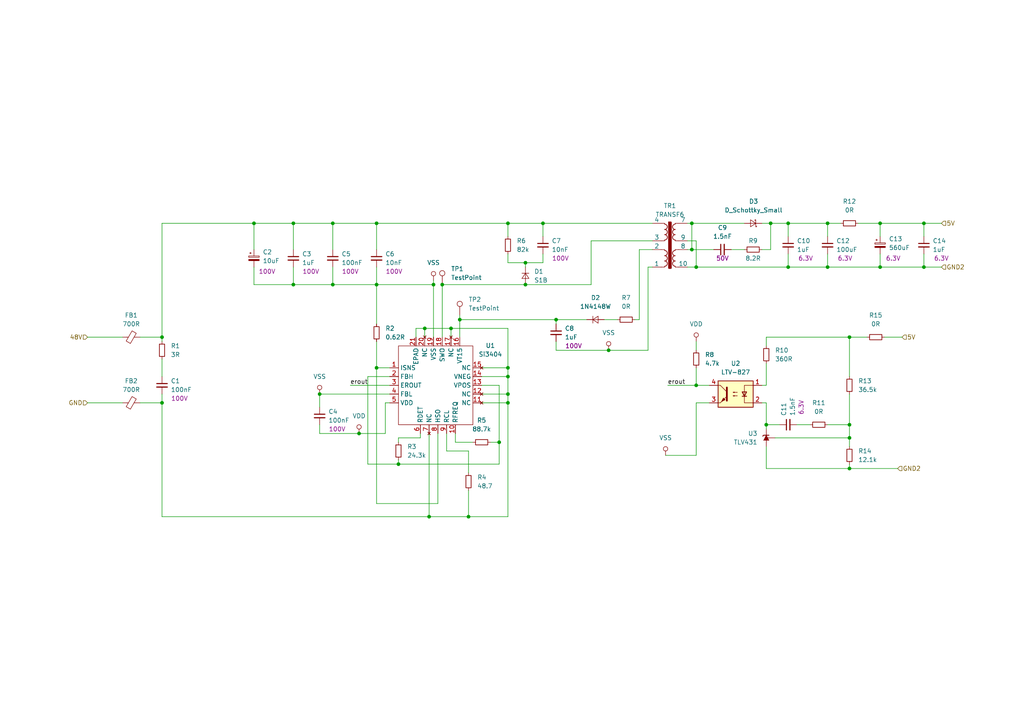
<source format=kicad_sch>
(kicad_sch (version 20211123) (generator eeschema)

  (uuid 7054d370-b592-4b76-9916-601c7db6771a)

  (paper "A4")

  (lib_symbols
    (symbol "Connector:TestPoint" (pin_numbers hide) (pin_names (offset 0.762) hide) (in_bom yes) (on_board yes)
      (property "Reference" "TP" (id 0) (at 0 6.858 0)
        (effects (font (size 1.27 1.27)))
      )
      (property "Value" "TestPoint" (id 1) (at 0 5.08 0)
        (effects (font (size 1.27 1.27)))
      )
      (property "Footprint" "" (id 2) (at 5.08 0 0)
        (effects (font (size 1.27 1.27)) hide)
      )
      (property "Datasheet" "~" (id 3) (at 5.08 0 0)
        (effects (font (size 1.27 1.27)) hide)
      )
      (property "ki_keywords" "test point tp" (id 4) (at 0 0 0)
        (effects (font (size 1.27 1.27)) hide)
      )
      (property "ki_description" "test point" (id 5) (at 0 0 0)
        (effects (font (size 1.27 1.27)) hide)
      )
      (property "ki_fp_filters" "Pin* Test*" (id 6) (at 0 0 0)
        (effects (font (size 1.27 1.27)) hide)
      )
      (symbol "TestPoint_0_1"
        (circle (center 0 3.302) (radius 0.762)
          (stroke (width 0) (type default) (color 0 0 0 0))
          (fill (type none))
        )
      )
      (symbol "TestPoint_1_1"
        (pin passive line (at 0 0 90) (length 2.54)
          (name "1" (effects (font (size 1.27 1.27))))
          (number "1" (effects (font (size 1.27 1.27))))
        )
      )
    )
    (symbol "Device:CP_Small" (pin_numbers hide) (pin_names (offset 0.254) hide) (in_bom yes) (on_board yes)
      (property "Reference" "C" (id 0) (at 0.254 1.778 0)
        (effects (font (size 1.27 1.27)) (justify left))
      )
      (property "Value" "CP_Small" (id 1) (at 0.254 -2.032 0)
        (effects (font (size 1.27 1.27)) (justify left))
      )
      (property "Footprint" "" (id 2) (at 0 0 0)
        (effects (font (size 1.27 1.27)) hide)
      )
      (property "Datasheet" "~" (id 3) (at 0 0 0)
        (effects (font (size 1.27 1.27)) hide)
      )
      (property "ki_keywords" "cap capacitor" (id 4) (at 0 0 0)
        (effects (font (size 1.27 1.27)) hide)
      )
      (property "ki_description" "Polarized capacitor, small symbol" (id 5) (at 0 0 0)
        (effects (font (size 1.27 1.27)) hide)
      )
      (property "ki_fp_filters" "CP_*" (id 6) (at 0 0 0)
        (effects (font (size 1.27 1.27)) hide)
      )
      (symbol "CP_Small_0_1"
        (rectangle (start -1.524 -0.3048) (end 1.524 -0.6858)
          (stroke (width 0) (type default) (color 0 0 0 0))
          (fill (type outline))
        )
        (rectangle (start -1.524 0.6858) (end 1.524 0.3048)
          (stroke (width 0) (type default) (color 0 0 0 0))
          (fill (type none))
        )
        (polyline
          (pts
            (xy -1.27 1.524)
            (xy -0.762 1.524)
          )
          (stroke (width 0) (type default) (color 0 0 0 0))
          (fill (type none))
        )
        (polyline
          (pts
            (xy -1.016 1.27)
            (xy -1.016 1.778)
          )
          (stroke (width 0) (type default) (color 0 0 0 0))
          (fill (type none))
        )
      )
      (symbol "CP_Small_1_1"
        (pin passive line (at 0 2.54 270) (length 1.8542)
          (name "~" (effects (font (size 1.27 1.27))))
          (number "1" (effects (font (size 1.27 1.27))))
        )
        (pin passive line (at 0 -2.54 90) (length 1.8542)
          (name "~" (effects (font (size 1.27 1.27))))
          (number "2" (effects (font (size 1.27 1.27))))
        )
      )
    )
    (symbol "Device:C_Small" (pin_numbers hide) (pin_names (offset 0.254) hide) (in_bom yes) (on_board yes)
      (property "Reference" "C" (id 0) (at 0.254 1.778 0)
        (effects (font (size 1.27 1.27)) (justify left))
      )
      (property "Value" "C_Small" (id 1) (at 0.254 -2.032 0)
        (effects (font (size 1.27 1.27)) (justify left))
      )
      (property "Footprint" "" (id 2) (at 0 0 0)
        (effects (font (size 1.27 1.27)) hide)
      )
      (property "Datasheet" "~" (id 3) (at 0 0 0)
        (effects (font (size 1.27 1.27)) hide)
      )
      (property "ki_keywords" "capacitor cap" (id 4) (at 0 0 0)
        (effects (font (size 1.27 1.27)) hide)
      )
      (property "ki_description" "Unpolarized capacitor, small symbol" (id 5) (at 0 0 0)
        (effects (font (size 1.27 1.27)) hide)
      )
      (property "ki_fp_filters" "C_*" (id 6) (at 0 0 0)
        (effects (font (size 1.27 1.27)) hide)
      )
      (symbol "C_Small_0_1"
        (polyline
          (pts
            (xy -1.524 -0.508)
            (xy 1.524 -0.508)
          )
          (stroke (width 0.3302) (type default) (color 0 0 0 0))
          (fill (type none))
        )
        (polyline
          (pts
            (xy -1.524 0.508)
            (xy 1.524 0.508)
          )
          (stroke (width 0.3048) (type default) (color 0 0 0 0))
          (fill (type none))
        )
      )
      (symbol "C_Small_1_1"
        (pin passive line (at 0 2.54 270) (length 2.032)
          (name "~" (effects (font (size 1.27 1.27))))
          (number "1" (effects (font (size 1.27 1.27))))
        )
        (pin passive line (at 0 -2.54 90) (length 2.032)
          (name "~" (effects (font (size 1.27 1.27))))
          (number "2" (effects (font (size 1.27 1.27))))
        )
      )
    )
    (symbol "Device:D_Schottky_Small" (pin_numbers hide) (pin_names (offset 0.254) hide) (in_bom yes) (on_board yes)
      (property "Reference" "D" (id 0) (at -1.27 2.032 0)
        (effects (font (size 1.27 1.27)) (justify left))
      )
      (property "Value" "D_Schottky_Small" (id 1) (at -7.112 -2.032 0)
        (effects (font (size 1.27 1.27)) (justify left))
      )
      (property "Footprint" "" (id 2) (at 0 0 90)
        (effects (font (size 1.27 1.27)) hide)
      )
      (property "Datasheet" "~" (id 3) (at 0 0 90)
        (effects (font (size 1.27 1.27)) hide)
      )
      (property "ki_keywords" "diode Schottky" (id 4) (at 0 0 0)
        (effects (font (size 1.27 1.27)) hide)
      )
      (property "ki_description" "Schottky diode, small symbol" (id 5) (at 0 0 0)
        (effects (font (size 1.27 1.27)) hide)
      )
      (property "ki_fp_filters" "TO-???* *_Diode_* *SingleDiode* D_*" (id 6) (at 0 0 0)
        (effects (font (size 1.27 1.27)) hide)
      )
      (symbol "D_Schottky_Small_0_1"
        (polyline
          (pts
            (xy -0.762 -1.016)
            (xy -0.762 1.016)
          )
          (stroke (width 0) (type default) (color 0 0 0 0))
          (fill (type none))
        )
        (polyline
          (pts
            (xy -0.762 0)
            (xy 0.762 0)
          )
          (stroke (width 0) (type default) (color 0 0 0 0))
          (fill (type none))
        )
        (polyline
          (pts
            (xy -0.762 -1.016)
            (xy -0.508 -1.016)
            (xy -0.508 -0.762)
          )
          (stroke (width 0) (type default) (color 0 0 0 0))
          (fill (type none))
        )
        (polyline
          (pts
            (xy -0.762 1.016)
            (xy -1.016 1.016)
            (xy -1.016 0.762)
          )
          (stroke (width 0) (type default) (color 0 0 0 0))
          (fill (type none))
        )
        (polyline
          (pts
            (xy 0.762 -1.016)
            (xy -0.762 0)
            (xy 0.762 1.016)
            (xy 0.762 -1.016)
          )
          (stroke (width 0) (type default) (color 0 0 0 0))
          (fill (type none))
        )
      )
      (symbol "D_Schottky_Small_1_1"
        (pin passive line (at -2.54 0 0) (length 1.778)
          (name "K" (effects (font (size 1.27 1.27))))
          (number "1" (effects (font (size 1.27 1.27))))
        )
        (pin passive line (at 2.54 0 180) (length 1.778)
          (name "A" (effects (font (size 1.27 1.27))))
          (number "2" (effects (font (size 1.27 1.27))))
        )
      )
    )
    (symbol "Device:D_Small" (pin_numbers hide) (pin_names (offset 0.254) hide) (in_bom yes) (on_board yes)
      (property "Reference" "D" (id 0) (at -1.27 2.032 0)
        (effects (font (size 1.27 1.27)) (justify left))
      )
      (property "Value" "D_Small" (id 1) (at -3.81 -2.032 0)
        (effects (font (size 1.27 1.27)) (justify left))
      )
      (property "Footprint" "" (id 2) (at 0 0 90)
        (effects (font (size 1.27 1.27)) hide)
      )
      (property "Datasheet" "~" (id 3) (at 0 0 90)
        (effects (font (size 1.27 1.27)) hide)
      )
      (property "ki_keywords" "diode" (id 4) (at 0 0 0)
        (effects (font (size 1.27 1.27)) hide)
      )
      (property "ki_description" "Diode, small symbol" (id 5) (at 0 0 0)
        (effects (font (size 1.27 1.27)) hide)
      )
      (property "ki_fp_filters" "TO-???* *_Diode_* *SingleDiode* D_*" (id 6) (at 0 0 0)
        (effects (font (size 1.27 1.27)) hide)
      )
      (symbol "D_Small_0_1"
        (polyline
          (pts
            (xy -0.762 -1.016)
            (xy -0.762 1.016)
          )
          (stroke (width 0) (type default) (color 0 0 0 0))
          (fill (type none))
        )
        (polyline
          (pts
            (xy -0.762 0)
            (xy 0.762 0)
          )
          (stroke (width 0) (type default) (color 0 0 0 0))
          (fill (type none))
        )
        (polyline
          (pts
            (xy 0.762 -1.016)
            (xy -0.762 0)
            (xy 0.762 1.016)
            (xy 0.762 -1.016)
          )
          (stroke (width 0) (type default) (color 0 0 0 0))
          (fill (type none))
        )
      )
      (symbol "D_Small_1_1"
        (pin passive line (at -2.54 0 0) (length 1.778)
          (name "K" (effects (font (size 1.27 1.27))))
          (number "1" (effects (font (size 1.27 1.27))))
        )
        (pin passive line (at 2.54 0 180) (length 1.778)
          (name "A" (effects (font (size 1.27 1.27))))
          (number "2" (effects (font (size 1.27 1.27))))
        )
      )
    )
    (symbol "Device:Ferrite_Bead_Small" (pin_numbers hide) (pin_names (offset 0)) (in_bom yes) (on_board yes)
      (property "Reference" "FB" (id 0) (at 1.905 1.27 0)
        (effects (font (size 1.27 1.27)) (justify left))
      )
      (property "Value" "Ferrite_Bead_Small" (id 1) (at 1.905 -1.27 0)
        (effects (font (size 1.27 1.27)) (justify left))
      )
      (property "Footprint" "" (id 2) (at -1.778 0 90)
        (effects (font (size 1.27 1.27)) hide)
      )
      (property "Datasheet" "~" (id 3) (at 0 0 0)
        (effects (font (size 1.27 1.27)) hide)
      )
      (property "ki_keywords" "L ferrite bead inductor filter" (id 4) (at 0 0 0)
        (effects (font (size 1.27 1.27)) hide)
      )
      (property "ki_description" "Ferrite bead, small symbol" (id 5) (at 0 0 0)
        (effects (font (size 1.27 1.27)) hide)
      )
      (property "ki_fp_filters" "Inductor_* L_* *Ferrite*" (id 6) (at 0 0 0)
        (effects (font (size 1.27 1.27)) hide)
      )
      (symbol "Ferrite_Bead_Small_0_1"
        (polyline
          (pts
            (xy 0 -1.27)
            (xy 0 -0.7874)
          )
          (stroke (width 0) (type default) (color 0 0 0 0))
          (fill (type none))
        )
        (polyline
          (pts
            (xy 0 0.889)
            (xy 0 1.2954)
          )
          (stroke (width 0) (type default) (color 0 0 0 0))
          (fill (type none))
        )
        (polyline
          (pts
            (xy -1.8288 0.2794)
            (xy -1.1176 1.4986)
            (xy 1.8288 -0.2032)
            (xy 1.1176 -1.4224)
            (xy -1.8288 0.2794)
          )
          (stroke (width 0) (type default) (color 0 0 0 0))
          (fill (type none))
        )
      )
      (symbol "Ferrite_Bead_Small_1_1"
        (pin passive line (at 0 2.54 270) (length 1.27)
          (name "~" (effects (font (size 1.27 1.27))))
          (number "1" (effects (font (size 1.27 1.27))))
        )
        (pin passive line (at 0 -2.54 90) (length 1.27)
          (name "~" (effects (font (size 1.27 1.27))))
          (number "2" (effects (font (size 1.27 1.27))))
        )
      )
    )
    (symbol "Device:R_Small" (pin_numbers hide) (pin_names (offset 0.254) hide) (in_bom yes) (on_board yes)
      (property "Reference" "R" (id 0) (at 0.762 0.508 0)
        (effects (font (size 1.27 1.27)) (justify left))
      )
      (property "Value" "R_Small" (id 1) (at 0.762 -1.016 0)
        (effects (font (size 1.27 1.27)) (justify left))
      )
      (property "Footprint" "" (id 2) (at 0 0 0)
        (effects (font (size 1.27 1.27)) hide)
      )
      (property "Datasheet" "~" (id 3) (at 0 0 0)
        (effects (font (size 1.27 1.27)) hide)
      )
      (property "ki_keywords" "R resistor" (id 4) (at 0 0 0)
        (effects (font (size 1.27 1.27)) hide)
      )
      (property "ki_description" "Resistor, small symbol" (id 5) (at 0 0 0)
        (effects (font (size 1.27 1.27)) hide)
      )
      (property "ki_fp_filters" "R_*" (id 6) (at 0 0 0)
        (effects (font (size 1.27 1.27)) hide)
      )
      (symbol "R_Small_0_1"
        (rectangle (start -0.762 1.778) (end 0.762 -1.778)
          (stroke (width 0.2032) (type default) (color 0 0 0 0))
          (fill (type none))
        )
      )
      (symbol "R_Small_1_1"
        (pin passive line (at 0 2.54 270) (length 0.762)
          (name "~" (effects (font (size 1.27 1.27))))
          (number "1" (effects (font (size 1.27 1.27))))
        )
        (pin passive line (at 0 -2.54 90) (length 0.762)
          (name "~" (effects (font (size 1.27 1.27))))
          (number "2" (effects (font (size 1.27 1.27))))
        )
      )
    )
    (symbol "Isolator:LTV-817S" (pin_names (offset 1.016)) (in_bom yes) (on_board yes)
      (property "Reference" "U" (id 0) (at -3.81 5.08 0)
        (effects (font (size 1.27 1.27)))
      )
      (property "Value" "LTV-817S" (id 1) (at 0 -5.08 0)
        (effects (font (size 1.27 1.27)))
      )
      (property "Footprint" "Package_DIP:SMDIP-4_W9.53mm" (id 2) (at 0 -7.62 0)
        (effects (font (size 1.27 1.27)) hide)
      )
      (property "Datasheet" "http://www.us.liteon.com/downloads/LTV-817-827-847.PDF" (id 3) (at -8.89 7.62 0)
        (effects (font (size 1.27 1.27)) hide)
      )
      (property "ki_keywords" "NPN DC Optocoupler" (id 4) (at 0 0 0)
        (effects (font (size 1.27 1.27)) hide)
      )
      (property "ki_description" "DC Optocoupler, Vce 35V, CTR 50%, SMDIP-4" (id 5) (at 0 0 0)
        (effects (font (size 1.27 1.27)) hide)
      )
      (property "ki_fp_filters" "SMDIP*W9.53mm*" (id 6) (at 0 0 0)
        (effects (font (size 1.27 1.27)) hide)
      )
      (symbol "LTV-817S_1_1"
        (rectangle (start -5.08 3.81) (end 5.08 -3.81)
          (stroke (width 0.254) (type default) (color 0 0 0 0))
          (fill (type background))
        )
        (polyline
          (pts
            (xy -3.175 -0.635)
            (xy -1.905 -0.635)
          )
          (stroke (width 0.254) (type default) (color 0 0 0 0))
          (fill (type none))
        )
        (polyline
          (pts
            (xy 2.54 0.635)
            (xy 4.445 2.54)
          )
          (stroke (width 0) (type default) (color 0 0 0 0))
          (fill (type none))
        )
        (polyline
          (pts
            (xy 4.445 -2.54)
            (xy 2.54 -0.635)
          )
          (stroke (width 0) (type default) (color 0 0 0 0))
          (fill (type outline))
        )
        (polyline
          (pts
            (xy 4.445 -2.54)
            (xy 5.08 -2.54)
          )
          (stroke (width 0) (type default) (color 0 0 0 0))
          (fill (type none))
        )
        (polyline
          (pts
            (xy 4.445 2.54)
            (xy 5.08 2.54)
          )
          (stroke (width 0) (type default) (color 0 0 0 0))
          (fill (type none))
        )
        (polyline
          (pts
            (xy -5.08 2.54)
            (xy -2.54 2.54)
            (xy -2.54 -0.762)
          )
          (stroke (width 0) (type default) (color 0 0 0 0))
          (fill (type none))
        )
        (polyline
          (pts
            (xy -2.54 -0.635)
            (xy -2.54 -2.54)
            (xy -5.08 -2.54)
          )
          (stroke (width 0) (type default) (color 0 0 0 0))
          (fill (type none))
        )
        (polyline
          (pts
            (xy 2.54 1.905)
            (xy 2.54 -1.905)
            (xy 2.54 -1.905)
          )
          (stroke (width 0.508) (type default) (color 0 0 0 0))
          (fill (type none))
        )
        (polyline
          (pts
            (xy -2.54 -0.635)
            (xy -3.175 0.635)
            (xy -1.905 0.635)
            (xy -2.54 -0.635)
          )
          (stroke (width 0.254) (type default) (color 0 0 0 0))
          (fill (type none))
        )
        (polyline
          (pts
            (xy -0.508 -0.508)
            (xy 0.762 -0.508)
            (xy 0.381 -0.635)
            (xy 0.381 -0.381)
            (xy 0.762 -0.508)
          )
          (stroke (width 0) (type default) (color 0 0 0 0))
          (fill (type none))
        )
        (polyline
          (pts
            (xy -0.508 0.508)
            (xy 0.762 0.508)
            (xy 0.381 0.381)
            (xy 0.381 0.635)
            (xy 0.762 0.508)
          )
          (stroke (width 0) (type default) (color 0 0 0 0))
          (fill (type none))
        )
        (polyline
          (pts
            (xy 3.048 -1.651)
            (xy 3.556 -1.143)
            (xy 4.064 -2.159)
            (xy 3.048 -1.651)
            (xy 3.048 -1.651)
          )
          (stroke (width 0) (type default) (color 0 0 0 0))
          (fill (type outline))
        )
        (pin passive line (at -7.62 2.54 0) (length 2.54)
          (name "~" (effects (font (size 1.27 1.27))))
          (number "1" (effects (font (size 1.27 1.27))))
        )
        (pin passive line (at -7.62 -2.54 0) (length 2.54)
          (name "~" (effects (font (size 1.27 1.27))))
          (number "2" (effects (font (size 1.27 1.27))))
        )
        (pin passive line (at 7.62 -2.54 180) (length 2.54)
          (name "~" (effects (font (size 1.27 1.27))))
          (number "3" (effects (font (size 1.27 1.27))))
        )
        (pin passive line (at 7.62 2.54 180) (length 2.54)
          (name "~" (effects (font (size 1.27 1.27))))
          (number "4" (effects (font (size 1.27 1.27))))
        )
      )
    )
    (symbol "Reference_Voltage:TL431DBZ" (pin_numbers hide) (pin_names hide) (in_bom yes) (on_board yes)
      (property "Reference" "U" (id 0) (at -2.54 2.54 0)
        (effects (font (size 1.27 1.27)))
      )
      (property "Value" "TL431DBZ" (id 1) (at 0 -2.54 0)
        (effects (font (size 1.27 1.27)))
      )
      (property "Footprint" "Package_TO_SOT_SMD:SOT-23" (id 2) (at 0 -3.81 0)
        (effects (font (size 1.27 1.27) italic) hide)
      )
      (property "Datasheet" "http://www.ti.com/lit/ds/symlink/tl431.pdf" (id 3) (at 0 0 0)
        (effects (font (size 1.27 1.27) italic) hide)
      )
      (property "ki_keywords" "diode device shunt regulator" (id 4) (at 0 0 0)
        (effects (font (size 1.27 1.27)) hide)
      )
      (property "ki_description" "Shunt Regulator, SOT-23" (id 5) (at 0 0 0)
        (effects (font (size 1.27 1.27)) hide)
      )
      (property "ki_fp_filters" "SOT?23*" (id 6) (at 0 0 0)
        (effects (font (size 1.27 1.27)) hide)
      )
      (symbol "TL431DBZ_0_1"
        (polyline
          (pts
            (xy -1.27 0)
            (xy 0 0)
            (xy 1.27 0)
          )
          (stroke (width 0) (type default) (color 0 0 0 0))
          (fill (type none))
        )
        (polyline
          (pts
            (xy -0.762 0.762)
            (xy 0.762 0)
            (xy -0.762 -0.762)
          )
          (stroke (width 0) (type default) (color 0 0 0 0))
          (fill (type outline))
        )
        (polyline
          (pts
            (xy 0.508 -1.016)
            (xy 0.762 -0.762)
            (xy 0.762 0.762)
            (xy 0.762 0.762)
          )
          (stroke (width 0.254) (type default) (color 0 0 0 0))
          (fill (type none))
        )
      )
      (symbol "TL431DBZ_1_1"
        (pin passive line (at 2.54 0 180) (length 2.54)
          (name "K" (effects (font (size 1.27 1.27))))
          (number "1" (effects (font (size 1.27 1.27))))
        )
        (pin passive line (at 0 2.54 270) (length 2.54)
          (name "REF" (effects (font (size 1.27 1.27))))
          (number "2" (effects (font (size 1.27 1.27))))
        )
        (pin passive line (at -2.54 0 0) (length 2.54)
          (name "A" (effects (font (size 1.27 1.27))))
          (number "3" (effects (font (size 1.27 1.27))))
        )
      )
    )
    (symbol "parts:Si3404" (in_bom yes) (on_board yes)
      (property "Reference" "U" (id 0) (at 19.05 -12.7 0)
        (effects (font (size 1.27 1.27)))
      )
      (property "Value" "Si3404" (id 1) (at 21.59 -15.24 0)
        (effects (font (size 1.27 1.27)))
      )
      (property "Footprint" "" (id 2) (at 7.62 10.16 90)
        (effects (font (size 1.27 1.27)) hide)
      )
      (property "Datasheet" "" (id 3) (at 7.62 10.16 90)
        (effects (font (size 1.27 1.27)) hide)
      )
      (symbol "Si3404_0_1"
        (rectangle (start -10.16 12.7) (end 11.43 -10.16)
          (stroke (width 0) (type default) (color 0 0 0 0))
          (fill (type none))
        )
      )
      (symbol "Si3404_1_1"
        (pin passive line (at -12.7 6.35 0) (length 2.54)
          (name "ISNS" (effects (font (size 1.27 1.27))))
          (number "1" (effects (font (size 1.27 1.27))))
        )
        (pin passive line (at 6.35 -12.7 90) (length 2.54)
          (name "RFREQ" (effects (font (size 1.27 1.27))))
          (number "10" (effects (font (size 1.27 1.27))))
        )
        (pin no_connect line (at 13.97 -3.81 180) (length 2.54)
          (name "NC" (effects (font (size 1.27 1.27))))
          (number "11" (effects (font (size 1.27 1.27))))
        )
        (pin no_connect line (at 13.97 -1.27 180) (length 2.54)
          (name "NC" (effects (font (size 1.27 1.27))))
          (number "12" (effects (font (size 1.27 1.27))))
        )
        (pin passive line (at 13.97 1.27 180) (length 2.54)
          (name "VPOS" (effects (font (size 1.27 1.27))))
          (number "13" (effects (font (size 1.27 1.27))))
        )
        (pin passive line (at 13.97 3.81 180) (length 2.54)
          (name "VNEG" (effects (font (size 1.27 1.27))))
          (number "14" (effects (font (size 1.27 1.27))))
        )
        (pin no_connect line (at 13.97 6.35 180) (length 2.54)
          (name "NC" (effects (font (size 1.27 1.27))))
          (number "15" (effects (font (size 1.27 1.27))))
        )
        (pin passive line (at 7.62 15.24 270) (length 2.54)
          (name "VT15" (effects (font (size 1.27 1.27))))
          (number "16" (effects (font (size 1.27 1.27))))
        )
        (pin no_connect line (at 5.08 15.24 270) (length 2.54)
          (name "NC" (effects (font (size 1.27 1.27))))
          (number "17" (effects (font (size 1.27 1.27))))
        )
        (pin passive line (at 2.54 15.24 270) (length 2.54)
          (name "SWO" (effects (font (size 1.27 1.27))))
          (number "18" (effects (font (size 1.27 1.27))))
        )
        (pin power_in line (at 0 15.24 270) (length 2.54)
          (name "VSS" (effects (font (size 1.27 1.27))))
          (number "19" (effects (font (size 1.27 1.27))))
        )
        (pin passive line (at -12.7 3.81 0) (length 2.54)
          (name "FBH" (effects (font (size 1.27 1.27))))
          (number "2" (effects (font (size 1.27 1.27))))
        )
        (pin no_connect line (at -2.54 15.24 270) (length 2.54)
          (name "NC" (effects (font (size 1.27 1.27))))
          (number "20" (effects (font (size 1.27 1.27))))
        )
        (pin passive line (at -5.08 15.24 270) (length 2.54)
          (name "EPAD" (effects (font (size 1.27 1.27))))
          (number "21" (effects (font (size 1.27 1.27))))
        )
        (pin passive line (at -12.7 1.27 0) (length 2.54)
          (name "EROUT" (effects (font (size 1.27 1.27))))
          (number "3" (effects (font (size 1.27 1.27))))
        )
        (pin passive line (at -12.7 -1.27 0) (length 2.54)
          (name "FBL" (effects (font (size 1.27 1.27))))
          (number "4" (effects (font (size 1.27 1.27))))
        )
        (pin power_in line (at -12.7 -3.81 0) (length 2.54)
          (name "VDD" (effects (font (size 1.27 1.27))))
          (number "5" (effects (font (size 1.27 1.27))))
        )
        (pin passive line (at -3.81 -12.7 90) (length 2.54)
          (name "RDET" (effects (font (size 1.27 1.27))))
          (number "6" (effects (font (size 1.27 1.27))))
        )
        (pin no_connect line (at -1.27 -12.7 90) (length 2.54)
          (name "NC" (effects (font (size 1.27 1.27))))
          (number "7" (effects (font (size 1.27 1.27))))
        )
        (pin passive line (at 1.27 -12.7 90) (length 2.54)
          (name "HSO" (effects (font (size 1.27 1.27))))
          (number "8" (effects (font (size 1.27 1.27))))
        )
        (pin passive line (at 3.81 -12.7 90) (length 2.54)
          (name "RCL" (effects (font (size 1.27 1.27))))
          (number "9" (effects (font (size 1.27 1.27))))
        )
      )
    )
    (symbol "parts:TRANSF6" (pin_numbers hide) (pin_names (offset 0)) (in_bom yes) (on_board yes)
      (property "Reference" "TR" (id 0) (at 0 10.16 0)
        (effects (font (size 1.27 1.27)))
      )
      (property "Value" "TRANSF6" (id 1) (at 0 -7.62 0)
        (effects (font (size 1.27 1.27)))
      )
      (property "Footprint" "" (id 2) (at 0 0 0)
        (effects (font (size 1.27 1.27)) hide)
      )
      (property "Datasheet" "" (id 3) (at 0 0 0)
        (effects (font (size 1.27 1.27)) hide)
      )
      (symbol "TRANSF6_0_1"
        (arc (start -1.524 -4.826) (mid -0.762 -4.064) (end -1.524 -3.302)
          (stroke (width 0.2032) (type default) (color 0 0 0 0))
          (fill (type none))
        )
        (arc (start -1.524 -3.302) (mid -0.762 -2.54) (end -1.524 -1.778)
          (stroke (width 0.2032) (type default) (color 0 0 0 0))
          (fill (type none))
        )
        (arc (start -1.524 -1.778) (mid -0.762 -1.016) (end -1.524 -0.254)
          (stroke (width 0.2032) (type default) (color 0 0 0 0))
          (fill (type none))
        )
        (arc (start -1.524 2.794) (mid -0.762 3.556) (end -1.524 4.318)
          (stroke (width 0.2032) (type default) (color 0 0 0 0))
          (fill (type none))
        )
        (arc (start -1.524 4.318) (mid -0.762 5.08) (end -1.524 5.842)
          (stroke (width 0.2032) (type default) (color 0 0 0 0))
          (fill (type none))
        )
        (arc (start -1.524 5.842) (mid -0.762 6.604) (end -1.524 7.366)
          (stroke (width 0.2032) (type default) (color 0 0 0 0))
          (fill (type none))
        )
        (rectangle (start -0.254 7.874) (end 0.254 -5.334)
          (stroke (width 0.508) (type default) (color 0 0 0 0))
          (fill (type outline))
        )
        (polyline
          (pts
            (xy 1.524 -4.826)
            (xy 1.524 -5.08)
            (xy 1.524 -5.08)
          )
          (stroke (width 0) (type default) (color 0 0 0 0))
          (fill (type outline))
        )
        (polyline
          (pts
            (xy 1.524 0)
            (xy 1.524 -0.254)
            (xy 1.524 -0.254)
          )
          (stroke (width 0) (type default) (color 0 0 0 0))
          (fill (type outline))
        )
        (polyline
          (pts
            (xy 1.524 0)
            (xy 2.54 0)
            (xy 2.54 0)
          )
          (stroke (width 0) (type default) (color 0 0 0 0))
          (fill (type none))
        )
        (polyline
          (pts
            (xy 1.524 2.54)
            (xy 1.524 2.794)
            (xy 1.524 2.794)
          )
          (stroke (width 0) (type default) (color 0 0 0 0))
          (fill (type outline))
        )
        (polyline
          (pts
            (xy 1.524 2.54)
            (xy 2.54 2.54)
            (xy 2.54 2.54)
          )
          (stroke (width 0) (type default) (color 0 0 0 0))
          (fill (type none))
        )
        (polyline
          (pts
            (xy 1.524 7.62)
            (xy 1.524 7.366)
            (xy 1.524 7.366)
          )
          (stroke (width 0) (type default) (color 0 0 0 0))
          (fill (type outline))
        )
        (polyline
          (pts
            (xy 1.524 7.62)
            (xy 2.54 7.62)
            (xy 2.54 7.62)
          )
          (stroke (width 0) (type default) (color 0 0 0 0))
          (fill (type none))
        )
        (polyline
          (pts
            (xy 2.54 -5.08)
            (xy 1.524 -5.08)
            (xy 1.524 -5.08)
          )
          (stroke (width 0) (type default) (color 0 0 0 0))
          (fill (type none))
        )
        (polyline
          (pts
            (xy -1.524 -4.826)
            (xy -1.524 -5.08)
            (xy -2.54 -5.08)
            (xy -2.54 -5.08)
          )
          (stroke (width 0) (type default) (color 0 0 0 0))
          (fill (type none))
        )
        (polyline
          (pts
            (xy -1.524 -0.254)
            (xy -1.524 0)
            (xy -2.54 0)
            (xy -2.54 0)
          )
          (stroke (width 0) (type default) (color 0 0 0 0))
          (fill (type none))
        )
        (polyline
          (pts
            (xy -1.524 2.794)
            (xy -1.524 2.54)
            (xy -2.54 2.54)
            (xy -2.54 2.54)
          )
          (stroke (width 0) (type default) (color 0 0 0 0))
          (fill (type none))
        )
        (polyline
          (pts
            (xy -1.524 7.366)
            (xy -1.524 7.62)
            (xy -2.54 7.62)
            (xy -2.54 7.62)
          )
          (stroke (width 0) (type default) (color 0 0 0 0))
          (fill (type none))
        )
        (arc (start 1.524 -3.302) (mid 0.762 -4.064) (end 1.524 -4.826)
          (stroke (width 0.2032) (type default) (color 0 0 0 0))
          (fill (type none))
        )
        (arc (start 1.524 -1.778) (mid 0.762 -2.54) (end 1.524 -3.302)
          (stroke (width 0.2032) (type default) (color 0 0 0 0))
          (fill (type none))
        )
        (arc (start 1.524 -0.254) (mid 0.762 -1.016) (end 1.524 -1.778)
          (stroke (width 0.2032) (type default) (color 0 0 0 0))
          (fill (type none))
        )
        (arc (start 1.524 4.318) (mid 0.762 3.556) (end 1.524 2.794)
          (stroke (width 0.2032) (type default) (color 0 0 0 0))
          (fill (type none))
        )
        (arc (start 1.524 5.842) (mid 0.762 5.08) (end 1.524 4.318)
          (stroke (width 0.2032) (type default) (color 0 0 0 0))
          (fill (type none))
        )
        (arc (start 1.524 7.366) (mid 0.762 6.604) (end 1.524 5.842)
          (stroke (width 0.2032) (type default) (color 0 0 0 0))
          (fill (type none))
        )
      )
      (symbol "TRANSF6_1_1"
        (pin passive line (at -5.08 7.62 0) (length 2.54)
          (name "1" (effects (font (size 1.27 1.27))))
          (number "1" (effects (font (size 1.27 1.27))))
        )
        (pin passive line (at 5.08 7.62 180) (length 2.54)
          (name "10" (effects (font (size 1.27 1.27))))
          (number "10" (effects (font (size 1.27 1.27))))
        )
        (pin passive line (at -5.08 2.54 0) (length 2.54)
          (name "2" (effects (font (size 1.27 1.27))))
          (number "2" (effects (font (size 1.27 1.27))))
        )
        (pin passive line (at -5.08 0 0) (length 2.54)
          (name "3" (effects (font (size 1.27 1.27))))
          (number "3" (effects (font (size 1.27 1.27))))
        )
        (pin passive line (at -5.08 -5.08 0) (length 2.54)
          (name "4" (effects (font (size 1.27 1.27))))
          (number "4" (effects (font (size 1.27 1.27))))
        )
        (pin passive line (at 5.08 -5.08 180) (length 2.54)
          (name "7" (effects (font (size 1.27 1.27))))
          (number "7" (effects (font (size 1.27 1.27))))
        )
        (pin passive line (at 5.08 2.54 180) (length 2.54)
          (name "8" (effects (font (size 1.27 1.27))))
          (number "8" (effects (font (size 1.27 1.27))))
        )
        (pin passive line (at 5.08 0 180) (length 2.54)
          (name "9" (effects (font (size 1.27 1.27))))
          (number "9" (effects (font (size 1.27 1.27))))
        )
      )
    )
    (symbol "power:VDD" (power) (pin_names (offset 0)) (in_bom yes) (on_board yes)
      (property "Reference" "#PWR" (id 0) (at 0 -3.81 0)
        (effects (font (size 1.27 1.27)) hide)
      )
      (property "Value" "VDD" (id 1) (at 0 3.81 0)
        (effects (font (size 1.27 1.27)))
      )
      (property "Footprint" "" (id 2) (at 0 0 0)
        (effects (font (size 1.27 1.27)) hide)
      )
      (property "Datasheet" "" (id 3) (at 0 0 0)
        (effects (font (size 1.27 1.27)) hide)
      )
      (property "ki_keywords" "power-flag" (id 4) (at 0 0 0)
        (effects (font (size 1.27 1.27)) hide)
      )
      (property "ki_description" "Power symbol creates a global label with name \"VDD\"" (id 5) (at 0 0 0)
        (effects (font (size 1.27 1.27)) hide)
      )
      (symbol "VDD_0_1"
        (polyline
          (pts
            (xy 0 0)
            (xy 0 1.27)
          )
          (stroke (width 0) (type default) (color 0 0 0 0))
          (fill (type none))
        )
        (circle (center 0 1.905) (radius 0.635)
          (stroke (width 0) (type default) (color 0 0 0 0))
          (fill (type none))
        )
      )
      (symbol "VDD_1_1"
        (pin power_in line (at 0 0 90) (length 0) hide
          (name "VDD" (effects (font (size 1.27 1.27))))
          (number "1" (effects (font (size 1.27 1.27))))
        )
      )
    )
    (symbol "power:VSS" (power) (pin_names (offset 0)) (in_bom yes) (on_board yes)
      (property "Reference" "#PWR" (id 0) (at 0 -3.81 0)
        (effects (font (size 1.27 1.27)) hide)
      )
      (property "Value" "VSS" (id 1) (at 0 3.81 0)
        (effects (font (size 1.27 1.27)))
      )
      (property "Footprint" "" (id 2) (at 0 0 0)
        (effects (font (size 1.27 1.27)) hide)
      )
      (property "Datasheet" "" (id 3) (at 0 0 0)
        (effects (font (size 1.27 1.27)) hide)
      )
      (property "ki_keywords" "power-flag" (id 4) (at 0 0 0)
        (effects (font (size 1.27 1.27)) hide)
      )
      (property "ki_description" "Power symbol creates a global label with name \"VSS\"" (id 5) (at 0 0 0)
        (effects (font (size 1.27 1.27)) hide)
      )
      (symbol "VSS_0_1"
        (polyline
          (pts
            (xy 0 0)
            (xy 0 1.27)
          )
          (stroke (width 0) (type default) (color 0 0 0 0))
          (fill (type none))
        )
        (circle (center 0 1.905) (radius 0.635)
          (stroke (width 0) (type default) (color 0 0 0 0))
          (fill (type none))
        )
      )
      (symbol "VSS_1_1"
        (pin power_in line (at 0 0 90) (length 0) hide
          (name "VSS" (effects (font (size 1.27 1.27))))
          (number "1" (effects (font (size 1.27 1.27))))
        )
      )
    )
  )

  (junction (at 200.66 72.39) (diameter 0) (color 0 0 0 0)
    (uuid 069ca46c-000a-4c66-8788-0d70f40ec323)
  )
  (junction (at 228.6 77.47) (diameter 0) (color 0 0 0 0)
    (uuid 07cada6d-8249-442d-83e5-cb9b776f7346)
  )
  (junction (at 96.52 64.77) (diameter 0) (color 0 0 0 0)
    (uuid 15a4ff0a-c1ec-4283-9dc9-b4d50d3620f4)
  )
  (junction (at 246.38 127) (diameter 0) (color 0 0 0 0)
    (uuid 1baff5c2-c218-4f54-a5d1-94218afef394)
  )
  (junction (at 109.22 64.77) (diameter 0) (color 0 0 0 0)
    (uuid 1f1a6464-19f6-4d84-8e4a-add35b23644f)
  )
  (junction (at 147.32 109.22) (diameter 0) (color 0 0 0 0)
    (uuid 2275993d-0ce3-4e8c-bc87-a70819fec092)
  )
  (junction (at 147.32 106.68) (diameter 0) (color 0 0 0 0)
    (uuid 26d323f0-529c-4fb4-adc2-c616e4f8b699)
  )
  (junction (at 255.27 64.77) (diameter 0) (color 0 0 0 0)
    (uuid 280a24d6-27e5-4de3-ba2a-797ed4d84261)
  )
  (junction (at 152.4 76.2) (diameter 0) (color 0 0 0 0)
    (uuid 342fc889-a384-4b04-b261-35c62b6c9bab)
  )
  (junction (at 200.66 64.77) (diameter 0) (color 0 0 0 0)
    (uuid 3841442b-9034-4d55-a5ba-d3d5fab89411)
  )
  (junction (at 92.71 114.3) (diameter 0) (color 0 0 0 0)
    (uuid 38a88eb5-9cb4-4814-a28c-1f05c29fc547)
  )
  (junction (at 267.97 77.47) (diameter 0) (color 0 0 0 0)
    (uuid 3f4314e1-213a-4a61-bace-80d571347761)
  )
  (junction (at 123.19 95.25) (diameter 0) (color 0 0 0 0)
    (uuid 44b444ad-ee47-47e2-bde7-a03a5c60cd2c)
  )
  (junction (at 128.27 82.55) (diameter 0) (color 0 0 0 0)
    (uuid 45a67606-3ce3-4e32-89bf-1c31e68f0111)
  )
  (junction (at 223.52 64.77) (diameter 0) (color 0 0 0 0)
    (uuid 480875c3-1611-47ac-8c77-89e7bd93ec5c)
  )
  (junction (at 255.27 77.47) (diameter 0) (color 0 0 0 0)
    (uuid 55c35446-cd96-48cd-adf8-ac14de8a964d)
  )
  (junction (at 176.53 101.6) (diameter 0) (color 0 0 0 0)
    (uuid 57d615fd-2467-4e20-938d-72a0e71f8c53)
  )
  (junction (at 46.99 97.79) (diameter 0) (color 0 0 0 0)
    (uuid 5ed4901d-4cd8-47ef-b33a-b09e2680113d)
  )
  (junction (at 161.29 92.71) (diameter 0) (color 0 0 0 0)
    (uuid 630d4635-a234-4edf-a4b3-ccf90ebbb254)
  )
  (junction (at 124.46 149.86) (diameter 0) (color 0 0 0 0)
    (uuid 6e7307df-6f87-48a8-b263-ddce98918262)
  )
  (junction (at 144.78 128.27) (diameter 0) (color 0 0 0 0)
    (uuid 722db044-870d-46dd-8fe7-87ca15bae31e)
  )
  (junction (at 240.03 64.77) (diameter 0) (color 0 0 0 0)
    (uuid 78e75d99-b6f7-416b-b325-c9147aa431aa)
  )
  (junction (at 135.89 149.86) (diameter 0) (color 0 0 0 0)
    (uuid 7bcd1657-13cb-4cad-bf12-8033372b8a4b)
  )
  (junction (at 85.09 82.55) (diameter 0) (color 0 0 0 0)
    (uuid 7f6b0b88-0237-4b03-951d-410196f1d628)
  )
  (junction (at 152.4 82.55) (diameter 0) (color 0 0 0 0)
    (uuid 821ea689-cc24-4a71-8c8f-c4c0a55fc2ca)
  )
  (junction (at 104.14 125.73) (diameter 0) (color 0 0 0 0)
    (uuid 86b337a5-66c1-4439-93c5-7e2c8be9605f)
  )
  (junction (at 96.52 82.55) (diameter 0) (color 0 0 0 0)
    (uuid 88490e7b-9503-4f1a-88fd-3bb2e4f73a37)
  )
  (junction (at 115.57 134.62) (diameter 0) (color 0 0 0 0)
    (uuid 9071f404-00cd-44f6-9202-724757cf1c3d)
  )
  (junction (at 85.09 64.77) (diameter 0) (color 0 0 0 0)
    (uuid 9ab4e843-8fd8-47c8-85bc-273b395c53bc)
  )
  (junction (at 73.66 64.77) (diameter 0) (color 0 0 0 0)
    (uuid 9c04c398-6c75-42dc-aca6-f3d1802bb48e)
  )
  (junction (at 125.73 82.55) (diameter 0) (color 0 0 0 0)
    (uuid a06b970a-0980-4da8-b73e-eb11a4d2fa47)
  )
  (junction (at 109.22 82.55) (diameter 0) (color 0 0 0 0)
    (uuid a143c1e4-729a-4551-a103-aee8ded16ec7)
  )
  (junction (at 157.48 64.77) (diameter 0) (color 0 0 0 0)
    (uuid a215a74d-5abf-42ca-ac0a-b5be1b7f3816)
  )
  (junction (at 240.03 77.47) (diameter 0) (color 0 0 0 0)
    (uuid a6ae82f1-b410-4aaa-8ad3-2171bf998e50)
  )
  (junction (at 133.35 92.71) (diameter 0) (color 0 0 0 0)
    (uuid b21bbb2c-1cb5-4af5-a252-0482ce3bc376)
  )
  (junction (at 246.38 97.79) (diameter 0) (color 0 0 0 0)
    (uuid b8853775-648a-4f3c-8aa0-9aebad083225)
  )
  (junction (at 201.93 77.47) (diameter 0) (color 0 0 0 0)
    (uuid bb14c863-f440-4656-92df-a231a2650737)
  )
  (junction (at 130.81 95.25) (diameter 0) (color 0 0 0 0)
    (uuid c3fce197-8027-486e-8059-0c5c437a319c)
  )
  (junction (at 46.99 116.84) (diameter 0) (color 0 0 0 0)
    (uuid c715a8b5-5dd0-4d26-8316-a293d6ba2793)
  )
  (junction (at 222.25 123.19) (diameter 0) (color 0 0 0 0)
    (uuid d42cb713-e4f4-40e9-8405-7ab03afa29dd)
  )
  (junction (at 201.93 111.76) (diameter 0) (color 0 0 0 0)
    (uuid d6150692-fa25-42f2-b700-4716a0980dd3)
  )
  (junction (at 246.38 135.89) (diameter 0) (color 0 0 0 0)
    (uuid d705caf8-c14d-4560-b5e8-a5e727653e66)
  )
  (junction (at 147.32 116.84) (diameter 0) (color 0 0 0 0)
    (uuid de8a3f58-233d-4928-bb50-56c8e867fd2a)
  )
  (junction (at 228.6 64.77) (diameter 0) (color 0 0 0 0)
    (uuid def9c088-8f1e-409e-8794-08886e4bf206)
  )
  (junction (at 147.32 64.77) (diameter 0) (color 0 0 0 0)
    (uuid e4fa21ad-1771-493e-b7b3-3f6c2d03b90c)
  )
  (junction (at 267.97 64.77) (diameter 0) (color 0 0 0 0)
    (uuid ebd5dfb0-8ff9-4477-a157-e08ad36eb2eb)
  )
  (junction (at 147.32 114.3) (diameter 0) (color 0 0 0 0)
    (uuid ee9b7666-cde5-4808-bdc7-a5aa8d6513ae)
  )
  (junction (at 246.38 123.19) (diameter 0) (color 0 0 0 0)
    (uuid f0257c71-6fee-48b9-bf7c-adda730ff42f)
  )
  (junction (at 109.22 106.68) (diameter 0) (color 0 0 0 0)
    (uuid ff893956-3ccb-4416-a65d-5811ae494705)
  )

  (wire (pts (xy 147.32 95.25) (xy 130.81 95.25))
    (stroke (width 0) (type default) (color 0 0 0 0))
    (uuid 00d8e8d8-ef75-408a-8d02-171e56070936)
  )
  (wire (pts (xy 73.66 72.39) (xy 73.66 64.77))
    (stroke (width 0) (type default) (color 0 0 0 0))
    (uuid 019bb0b8-9dc1-4859-bddf-d3a0c14b7db0)
  )
  (wire (pts (xy 228.6 77.47) (xy 240.03 77.47))
    (stroke (width 0) (type default) (color 0 0 0 0))
    (uuid 0a8b6b1d-07de-4c76-a730-9a89b7c8c7cc)
  )
  (wire (pts (xy 147.32 76.2) (xy 152.4 76.2))
    (stroke (width 0) (type default) (color 0 0 0 0))
    (uuid 0aa8b6ef-84cb-44b5-8dd2-b520b090222c)
  )
  (wire (pts (xy 240.03 77.47) (xy 240.03 73.66))
    (stroke (width 0) (type default) (color 0 0 0 0))
    (uuid 0af60f47-4352-47ba-929c-92725d626e55)
  )
  (wire (pts (xy 201.93 106.68) (xy 201.93 111.76))
    (stroke (width 0) (type default) (color 0 0 0 0))
    (uuid 0eae4b80-4f82-45d5-adf7-e574891ffa87)
  )
  (wire (pts (xy 46.99 97.79) (xy 46.99 99.06))
    (stroke (width 0) (type default) (color 0 0 0 0))
    (uuid 0f114bc2-e472-41c4-a106-67915cf8e1d3)
  )
  (wire (pts (xy 109.22 64.77) (xy 147.32 64.77))
    (stroke (width 0) (type default) (color 0 0 0 0))
    (uuid 118146db-cc8e-4694-82af-176ef546ca29)
  )
  (wire (pts (xy 123.19 95.25) (xy 123.19 97.79))
    (stroke (width 0) (type default) (color 0 0 0 0))
    (uuid 11f85b52-ca92-45d1-a0e0-ab190584f133)
  )
  (wire (pts (xy 129.54 130.81) (xy 135.89 130.81))
    (stroke (width 0) (type default) (color 0 0 0 0))
    (uuid 14cc0391-6628-4440-90c7-65954b1214c2)
  )
  (wire (pts (xy 222.25 100.33) (xy 222.25 97.79))
    (stroke (width 0) (type default) (color 0 0 0 0))
    (uuid 1746e34a-2124-4cd9-8539-f1ede5ed7f7e)
  )
  (wire (pts (xy 109.22 106.68) (xy 113.03 106.68))
    (stroke (width 0) (type default) (color 0 0 0 0))
    (uuid 17fbedce-2933-4569-aa2f-3f39f826052e)
  )
  (wire (pts (xy 144.78 128.27) (xy 144.78 111.76))
    (stroke (width 0) (type default) (color 0 0 0 0))
    (uuid 184c45c2-b2bd-47cf-b94a-ae3d26c9d596)
  )
  (wire (pts (xy 240.03 68.58) (xy 240.03 64.77))
    (stroke (width 0) (type default) (color 0 0 0 0))
    (uuid 1a014337-b6f4-4d00-a177-e30d7197b112)
  )
  (wire (pts (xy 200.66 64.77) (xy 215.9 64.77))
    (stroke (width 0) (type default) (color 0 0 0 0))
    (uuid 1a162046-e364-40a5-aa30-ae57efc87e7f)
  )
  (wire (pts (xy 246.38 135.89) (xy 260.35 135.89))
    (stroke (width 0) (type default) (color 0 0 0 0))
    (uuid 1a3da3d2-59d8-4bc5-8d63-9a49f54475c2)
  )
  (wire (pts (xy 46.99 149.86) (xy 124.46 149.86))
    (stroke (width 0) (type default) (color 0 0 0 0))
    (uuid 1aa822d5-28c1-4759-9ded-988d8c066f5e)
  )
  (wire (pts (xy 142.24 128.27) (xy 144.78 128.27))
    (stroke (width 0) (type default) (color 0 0 0 0))
    (uuid 21e3189f-4aa5-4109-ad16-90c82efa21f5)
  )
  (wire (pts (xy 132.08 128.27) (xy 137.16 128.27))
    (stroke (width 0) (type default) (color 0 0 0 0))
    (uuid 232bb327-f4f9-4032-ad6d-95d64050e4d3)
  )
  (wire (pts (xy 147.32 73.66) (xy 147.32 76.2))
    (stroke (width 0) (type default) (color 0 0 0 0))
    (uuid 24b5442b-17bc-480c-aaa2-c0c31777f219)
  )
  (wire (pts (xy 152.4 76.2) (xy 152.4 77.47))
    (stroke (width 0) (type default) (color 0 0 0 0))
    (uuid 253bcee9-7ecc-4782-977f-1d8dbc6dd400)
  )
  (wire (pts (xy 161.29 92.71) (xy 170.18 92.71))
    (stroke (width 0) (type default) (color 0 0 0 0))
    (uuid 29a52b40-3b03-42bc-a005-268a00caadae)
  )
  (wire (pts (xy 92.71 114.3) (xy 92.71 118.11))
    (stroke (width 0) (type default) (color 0 0 0 0))
    (uuid 2d63914e-060f-42f7-84c5-f26c3c36aa18)
  )
  (wire (pts (xy 46.99 64.77) (xy 73.66 64.77))
    (stroke (width 0) (type default) (color 0 0 0 0))
    (uuid 35200e68-ab21-426e-bb57-98aff320e088)
  )
  (wire (pts (xy 201.93 99.06) (xy 201.93 101.6))
    (stroke (width 0) (type default) (color 0 0 0 0))
    (uuid 3ac2c2ac-cc7f-4ff4-bded-83990a083741)
  )
  (wire (pts (xy 113.03 109.22) (xy 106.68 109.22))
    (stroke (width 0) (type default) (color 0 0 0 0))
    (uuid 3df59056-9b69-43d0-bf6e-d36c0f1aa786)
  )
  (wire (pts (xy 127 146.05) (xy 127 125.73))
    (stroke (width 0) (type default) (color 0 0 0 0))
    (uuid 3f602bbd-a470-411d-811d-0e17e5e5e0b6)
  )
  (wire (pts (xy 255.27 64.77) (xy 267.97 64.77))
    (stroke (width 0) (type default) (color 0 0 0 0))
    (uuid 3fa21139-b690-4ae7-b833-0c1b4697b3bc)
  )
  (wire (pts (xy 139.7 109.22) (xy 147.32 109.22))
    (stroke (width 0) (type default) (color 0 0 0 0))
    (uuid 40a9c8d6-cfbe-4f1f-a605-617860f90477)
  )
  (wire (pts (xy 46.99 116.84) (xy 46.99 149.86))
    (stroke (width 0) (type default) (color 0 0 0 0))
    (uuid 41bcf617-d3e4-4976-8524-a67c43c07b8d)
  )
  (wire (pts (xy 135.89 142.24) (xy 135.89 149.86))
    (stroke (width 0) (type default) (color 0 0 0 0))
    (uuid 41e2119f-5cd6-469d-98b0-7d9c5b47100c)
  )
  (wire (pts (xy 109.22 64.77) (xy 96.52 64.77))
    (stroke (width 0) (type default) (color 0 0 0 0))
    (uuid 422528cf-5b1e-4504-8c79-e1a640f54007)
  )
  (wire (pts (xy 139.7 116.84) (xy 147.32 116.84))
    (stroke (width 0) (type default) (color 0 0 0 0))
    (uuid 43a25a06-f3f6-49a1-a4fb-81300fd1696c)
  )
  (wire (pts (xy 109.22 93.98) (xy 109.22 82.55))
    (stroke (width 0) (type default) (color 0 0 0 0))
    (uuid 43debf19-50f3-4fa6-86ce-a4180132b97a)
  )
  (wire (pts (xy 255.27 77.47) (xy 267.97 77.47))
    (stroke (width 0) (type default) (color 0 0 0 0))
    (uuid 44e24003-aabe-4e28-b3d5-60e113674265)
  )
  (wire (pts (xy 147.32 64.77) (xy 147.32 68.58))
    (stroke (width 0) (type default) (color 0 0 0 0))
    (uuid 44f3c080-90d3-47ca-946c-6d0bb1999c41)
  )
  (wire (pts (xy 124.46 149.86) (xy 135.89 149.86))
    (stroke (width 0) (type default) (color 0 0 0 0))
    (uuid 46edb5af-cec9-4812-a20f-cf20a2dcc857)
  )
  (wire (pts (xy 222.25 123.19) (xy 226.06 123.19))
    (stroke (width 0) (type default) (color 0 0 0 0))
    (uuid 499186c2-72cc-4746-b3f6-de6924a9097e)
  )
  (wire (pts (xy 267.97 77.47) (xy 267.97 73.66))
    (stroke (width 0) (type default) (color 0 0 0 0))
    (uuid 4e4a3bc3-8b0f-495c-ac83-6d5f93d6189a)
  )
  (wire (pts (xy 240.03 123.19) (xy 246.38 123.19))
    (stroke (width 0) (type default) (color 0 0 0 0))
    (uuid 4f4f44d7-c9b5-4db6-96a8-3fb94a550750)
  )
  (wire (pts (xy 123.19 95.25) (xy 120.65 95.25))
    (stroke (width 0) (type default) (color 0 0 0 0))
    (uuid 500808c8-6b75-4d85-ab73-2b5edb2325ba)
  )
  (wire (pts (xy 109.22 72.39) (xy 109.22 64.77))
    (stroke (width 0) (type default) (color 0 0 0 0))
    (uuid 505f20d6-69e4-41ed-a2ca-c087daeec8ad)
  )
  (wire (pts (xy 193.04 132.08) (xy 201.93 132.08))
    (stroke (width 0) (type default) (color 0 0 0 0))
    (uuid 50fefd22-29f4-45d6-964c-2f2554b45b2e)
  )
  (wire (pts (xy 255.27 64.77) (xy 255.27 68.58))
    (stroke (width 0) (type default) (color 0 0 0 0))
    (uuid 52bf320c-4ae8-49bc-9cd5-c4f0136e1daf)
  )
  (wire (pts (xy 199.39 72.39) (xy 200.66 72.39))
    (stroke (width 0) (type default) (color 0 0 0 0))
    (uuid 5631cb3f-d3aa-4fd9-9503-c260aed64e45)
  )
  (wire (pts (xy 246.38 114.3) (xy 246.38 123.19))
    (stroke (width 0) (type default) (color 0 0 0 0))
    (uuid 57316838-6630-47e0-8e60-95f8a2d5a2f6)
  )
  (wire (pts (xy 200.66 72.39) (xy 207.01 72.39))
    (stroke (width 0) (type default) (color 0 0 0 0))
    (uuid 5834d0bf-bd58-4b18-959e-39bac25ab932)
  )
  (wire (pts (xy 187.96 77.47) (xy 187.96 101.6))
    (stroke (width 0) (type default) (color 0 0 0 0))
    (uuid 58b9d6a4-2559-4424-bb59-d1068c3b883a)
  )
  (wire (pts (xy 46.99 116.84) (xy 46.99 114.3))
    (stroke (width 0) (type default) (color 0 0 0 0))
    (uuid 5a30c2a9-e608-401a-ba82-55d0b8e977ed)
  )
  (wire (pts (xy 185.42 72.39) (xy 189.23 72.39))
    (stroke (width 0) (type default) (color 0 0 0 0))
    (uuid 5a7f1195-ffab-4bfe-a8e2-e5611bbcbfb7)
  )
  (wire (pts (xy 187.96 101.6) (xy 176.53 101.6))
    (stroke (width 0) (type default) (color 0 0 0 0))
    (uuid 5a8e3589-d15b-4d26-a3c0-0e9bec3460c2)
  )
  (wire (pts (xy 157.48 64.77) (xy 189.23 64.77))
    (stroke (width 0) (type default) (color 0 0 0 0))
    (uuid 5d2218cf-d971-4f43-b5a8-cb7595edf631)
  )
  (wire (pts (xy 175.26 92.71) (xy 179.07 92.71))
    (stroke (width 0) (type default) (color 0 0 0 0))
    (uuid 5da88160-ce86-43f3-ae26-bae2fe18a6fd)
  )
  (wire (pts (xy 147.32 106.68) (xy 147.32 95.25))
    (stroke (width 0) (type default) (color 0 0 0 0))
    (uuid 5f4ef103-3ed3-44d2-87f4-e638a4b7c7c4)
  )
  (wire (pts (xy 133.35 92.71) (xy 133.35 97.79))
    (stroke (width 0) (type default) (color 0 0 0 0))
    (uuid 5f694011-637a-478a-9529-2009449e74d9)
  )
  (wire (pts (xy 96.52 82.55) (xy 109.22 82.55))
    (stroke (width 0) (type default) (color 0 0 0 0))
    (uuid 625fddf6-5b51-45f4-94fa-38401194d209)
  )
  (wire (pts (xy 109.22 77.47) (xy 109.22 82.55))
    (stroke (width 0) (type default) (color 0 0 0 0))
    (uuid 66daff3d-d9a1-434d-bc37-ac3149ad4930)
  )
  (wire (pts (xy 133.35 92.71) (xy 161.29 92.71))
    (stroke (width 0) (type default) (color 0 0 0 0))
    (uuid 66ecf465-a020-4abc-a0d7-77b5d7ba6483)
  )
  (wire (pts (xy 256.54 97.79) (xy 261.62 97.79))
    (stroke (width 0) (type default) (color 0 0 0 0))
    (uuid 67bbf319-0396-4432-ac24-1a8b0ece84f0)
  )
  (wire (pts (xy 147.32 64.77) (xy 157.48 64.77))
    (stroke (width 0) (type default) (color 0 0 0 0))
    (uuid 67da373e-ae2b-4a3b-aba8-5df2aadd3281)
  )
  (wire (pts (xy 184.15 92.71) (xy 185.42 92.71))
    (stroke (width 0) (type default) (color 0 0 0 0))
    (uuid 6c54c7c8-784a-49ad-9d94-cf47681d14d5)
  )
  (wire (pts (xy 228.6 64.77) (xy 223.52 64.77))
    (stroke (width 0) (type default) (color 0 0 0 0))
    (uuid 6d417c81-fe22-41d0-a421-021067938aa0)
  )
  (wire (pts (xy 130.81 95.25) (xy 130.81 97.79))
    (stroke (width 0) (type default) (color 0 0 0 0))
    (uuid 6d70e1ff-2261-4255-b382-9d4ea975879c)
  )
  (wire (pts (xy 147.32 109.22) (xy 147.32 106.68))
    (stroke (width 0) (type default) (color 0 0 0 0))
    (uuid 709bc23a-5048-4162-bedc-484a807d2ccc)
  )
  (wire (pts (xy 212.09 72.39) (xy 215.9 72.39))
    (stroke (width 0) (type default) (color 0 0 0 0))
    (uuid 711ad2fc-38b7-4223-a33e-8cb7be0b51d6)
  )
  (wire (pts (xy 25.4 116.84) (xy 35.56 116.84))
    (stroke (width 0) (type default) (color 0 0 0 0))
    (uuid 71939cb2-56b4-45e9-b06b-7b3868a78199)
  )
  (wire (pts (xy 222.25 111.76) (xy 222.25 105.41))
    (stroke (width 0) (type default) (color 0 0 0 0))
    (uuid 7293431b-5f3f-46b6-ab6c-bdce977e5806)
  )
  (wire (pts (xy 73.66 82.55) (xy 85.09 82.55))
    (stroke (width 0) (type default) (color 0 0 0 0))
    (uuid 7627ad07-126b-4f32-b824-4d9523bebf30)
  )
  (wire (pts (xy 135.89 130.81) (xy 135.89 137.16))
    (stroke (width 0) (type default) (color 0 0 0 0))
    (uuid 78c35e67-a295-43ec-b8f6-8792a2f29e07)
  )
  (wire (pts (xy 130.81 95.25) (xy 123.19 95.25))
    (stroke (width 0) (type default) (color 0 0 0 0))
    (uuid 7bddf41d-210f-4846-b56d-53f47943bb6f)
  )
  (wire (pts (xy 248.92 64.77) (xy 255.27 64.77))
    (stroke (width 0) (type default) (color 0 0 0 0))
    (uuid 7c29bef7-902f-4ce2-bfea-542f21fc7a27)
  )
  (wire (pts (xy 201.93 116.84) (xy 205.74 116.84))
    (stroke (width 0) (type default) (color 0 0 0 0))
    (uuid 7cbff5fc-09c6-4941-84cd-34740d72eb3b)
  )
  (wire (pts (xy 124.46 125.73) (xy 124.46 149.86))
    (stroke (width 0) (type default) (color 0 0 0 0))
    (uuid 7d33fa65-373b-44d0-aaf7-d35ad5846658)
  )
  (wire (pts (xy 246.38 97.79) (xy 251.46 97.79))
    (stroke (width 0) (type default) (color 0 0 0 0))
    (uuid 7f71ae9b-5103-47d1-bcc8-0cef029136f1)
  )
  (wire (pts (xy 144.78 134.62) (xy 144.78 128.27))
    (stroke (width 0) (type default) (color 0 0 0 0))
    (uuid 82500f94-2a7d-416e-8b26-89963af9ce3a)
  )
  (wire (pts (xy 96.52 77.47) (xy 96.52 82.55))
    (stroke (width 0) (type default) (color 0 0 0 0))
    (uuid 842b3ee2-bb05-493a-9df0-21be0ca6b29f)
  )
  (wire (pts (xy 109.22 82.55) (xy 125.73 82.55))
    (stroke (width 0) (type default) (color 0 0 0 0))
    (uuid 87611038-8157-4476-9a4c-0813c5dc94ac)
  )
  (wire (pts (xy 201.93 111.76) (xy 205.74 111.76))
    (stroke (width 0) (type default) (color 0 0 0 0))
    (uuid 87cb26d7-a71b-413c-bd17-58d1fd847adc)
  )
  (wire (pts (xy 224.79 127) (xy 246.38 127))
    (stroke (width 0) (type default) (color 0 0 0 0))
    (uuid 89351543-7126-40b5-b5cc-11265c793fed)
  )
  (wire (pts (xy 222.25 116.84) (xy 222.25 123.19))
    (stroke (width 0) (type default) (color 0 0 0 0))
    (uuid 8976627e-e209-4266-9b8e-22012f102b8a)
  )
  (wire (pts (xy 267.97 77.47) (xy 273.05 77.47))
    (stroke (width 0) (type default) (color 0 0 0 0))
    (uuid 89df8ca6-8985-458c-9d18-43a47581148c)
  )
  (wire (pts (xy 135.89 149.86) (xy 147.32 149.86))
    (stroke (width 0) (type default) (color 0 0 0 0))
    (uuid 8b074083-1e14-4f19-adff-caac185e3525)
  )
  (wire (pts (xy 115.57 133.35) (xy 115.57 134.62))
    (stroke (width 0) (type default) (color 0 0 0 0))
    (uuid 8bb5a64c-9ea0-4d76-8112-2e0e84c39a49)
  )
  (wire (pts (xy 85.09 82.55) (xy 96.52 82.55))
    (stroke (width 0) (type default) (color 0 0 0 0))
    (uuid 8cbfee0f-5019-4d2f-89cb-71b0232a4259)
  )
  (wire (pts (xy 223.52 64.77) (xy 223.52 72.39))
    (stroke (width 0) (type default) (color 0 0 0 0))
    (uuid 9024ad40-083e-4d24-b7f4-ce167b6ada12)
  )
  (wire (pts (xy 92.71 114.3) (xy 113.03 114.3))
    (stroke (width 0) (type default) (color 0 0 0 0))
    (uuid 912fe987-abf9-467e-96ad-a90a33349d90)
  )
  (wire (pts (xy 267.97 64.77) (xy 273.05 64.77))
    (stroke (width 0) (type default) (color 0 0 0 0))
    (uuid 92dfc0b3-3e3f-43dd-a51a-e95e83320318)
  )
  (wire (pts (xy 147.32 114.3) (xy 147.32 109.22))
    (stroke (width 0) (type default) (color 0 0 0 0))
    (uuid 938c9460-ad75-468c-9e73-8093e96e0e2e)
  )
  (wire (pts (xy 106.68 134.62) (xy 115.57 134.62))
    (stroke (width 0) (type default) (color 0 0 0 0))
    (uuid 9431da7d-e98e-428c-8b08-a23bcffc7a29)
  )
  (wire (pts (xy 246.38 97.79) (xy 246.38 109.22))
    (stroke (width 0) (type default) (color 0 0 0 0))
    (uuid 964cf015-afb0-482c-9907-e5310b3950f1)
  )
  (wire (pts (xy 128.27 82.55) (xy 152.4 82.55))
    (stroke (width 0) (type default) (color 0 0 0 0))
    (uuid 98161721-369c-4404-b1ee-f520f7a339ce)
  )
  (wire (pts (xy 85.09 77.47) (xy 85.09 82.55))
    (stroke (width 0) (type default) (color 0 0 0 0))
    (uuid 98b29c62-db51-4b8d-88f9-6bd453aa52c6)
  )
  (wire (pts (xy 109.22 99.06) (xy 109.22 106.68))
    (stroke (width 0) (type default) (color 0 0 0 0))
    (uuid 98c1cecd-23d2-4a92-9f7b-3840088ac1b4)
  )
  (wire (pts (xy 129.54 125.73) (xy 129.54 130.81))
    (stroke (width 0) (type default) (color 0 0 0 0))
    (uuid 9b9cc8c8-5d43-4470-b808-4fe87b445680)
  )
  (wire (pts (xy 171.45 69.85) (xy 189.23 69.85))
    (stroke (width 0) (type default) (color 0 0 0 0))
    (uuid 9d01e559-2b65-408d-a9ff-919c0dffcc1c)
  )
  (wire (pts (xy 128.27 82.55) (xy 128.27 97.79))
    (stroke (width 0) (type default) (color 0 0 0 0))
    (uuid a38b1dc6-5fe6-447f-8150-5d43241f921b)
  )
  (wire (pts (xy 157.48 64.77) (xy 157.48 68.58))
    (stroke (width 0) (type default) (color 0 0 0 0))
    (uuid a4b7c7d0-f7a7-4453-86ef-8202d38aaaf2)
  )
  (wire (pts (xy 246.38 123.19) (xy 246.38 127))
    (stroke (width 0) (type default) (color 0 0 0 0))
    (uuid a85ebd27-2ee7-4ace-a630-cf0f570bbbbf)
  )
  (wire (pts (xy 109.22 106.68) (xy 109.22 146.05))
    (stroke (width 0) (type default) (color 0 0 0 0))
    (uuid a9253c3d-5ceb-45b2-9e1a-3d0a1a6ef4a3)
  )
  (wire (pts (xy 228.6 68.58) (xy 228.6 64.77))
    (stroke (width 0) (type default) (color 0 0 0 0))
    (uuid ab756776-1d66-4401-97ed-bc658c6b9515)
  )
  (wire (pts (xy 85.09 64.77) (xy 85.09 72.39))
    (stroke (width 0) (type default) (color 0 0 0 0))
    (uuid ac169c25-e80d-4c3a-8735-566e0206daec)
  )
  (wire (pts (xy 96.52 64.77) (xy 85.09 64.77))
    (stroke (width 0) (type default) (color 0 0 0 0))
    (uuid ac83793c-f714-4d53-ae77-f98beb1d5225)
  )
  (wire (pts (xy 152.4 76.2) (xy 157.48 76.2))
    (stroke (width 0) (type default) (color 0 0 0 0))
    (uuid acd68e26-1d77-44f2-b4cf-3b9d759271fd)
  )
  (wire (pts (xy 120.65 95.25) (xy 120.65 97.79))
    (stroke (width 0) (type default) (color 0 0 0 0))
    (uuid ad4eebfe-b382-4556-8ae0-63a69f259553)
  )
  (wire (pts (xy 92.71 123.19) (xy 92.71 125.73))
    (stroke (width 0) (type default) (color 0 0 0 0))
    (uuid ad8e554c-6b4a-4760-95b4-d27034feb8ff)
  )
  (wire (pts (xy 246.38 127) (xy 246.38 129.54))
    (stroke (width 0) (type default) (color 0 0 0 0))
    (uuid af3578bf-0c63-42dd-9018-852284c32a1c)
  )
  (wire (pts (xy 152.4 82.55) (xy 171.45 82.55))
    (stroke (width 0) (type default) (color 0 0 0 0))
    (uuid af96ce81-c4cf-4b67-94e7-4ace153b6766)
  )
  (wire (pts (xy 147.32 106.68) (xy 139.7 106.68))
    (stroke (width 0) (type default) (color 0 0 0 0))
    (uuid b133fa72-86c9-44f4-8a7b-941cb1141709)
  )
  (wire (pts (xy 222.25 97.79) (xy 246.38 97.79))
    (stroke (width 0) (type default) (color 0 0 0 0))
    (uuid b5382dfa-c1fe-4f89-8c70-87373787711f)
  )
  (wire (pts (xy 111.76 116.84) (xy 113.03 116.84))
    (stroke (width 0) (type default) (color 0 0 0 0))
    (uuid b5d6fcd7-a31f-46a2-afba-6ea0ad319b18)
  )
  (wire (pts (xy 199.39 77.47) (xy 201.93 77.47))
    (stroke (width 0) (type default) (color 0 0 0 0))
    (uuid b5f96b9c-2256-43f3-bcf7-d2fd8eb443e3)
  )
  (wire (pts (xy 115.57 128.27) (xy 115.57 127))
    (stroke (width 0) (type default) (color 0 0 0 0))
    (uuid b6ec320e-8b59-4a16-9c0c-4de768fff6f4)
  )
  (wire (pts (xy 240.03 64.77) (xy 243.84 64.77))
    (stroke (width 0) (type default) (color 0 0 0 0))
    (uuid b6f4801d-ea01-4bcd-8322-c1a98e646ad4)
  )
  (wire (pts (xy 139.7 114.3) (xy 147.32 114.3))
    (stroke (width 0) (type default) (color 0 0 0 0))
    (uuid b70758da-a2a8-41dd-b195-ae8c4131fb09)
  )
  (wire (pts (xy 220.98 72.39) (xy 223.52 72.39))
    (stroke (width 0) (type default) (color 0 0 0 0))
    (uuid b7fef67c-6f90-478a-98ba-55231e77f316)
  )
  (wire (pts (xy 111.76 125.73) (xy 111.76 116.84))
    (stroke (width 0) (type default) (color 0 0 0 0))
    (uuid b92240fe-fd05-4380-a81b-0f39ff2a8539)
  )
  (wire (pts (xy 147.32 149.86) (xy 147.32 116.84))
    (stroke (width 0) (type default) (color 0 0 0 0))
    (uuid b984185b-c76a-4e22-bed4-cc4e710f0763)
  )
  (wire (pts (xy 185.42 92.71) (xy 185.42 72.39))
    (stroke (width 0) (type default) (color 0 0 0 0))
    (uuid ba10317a-5cc6-4035-8677-5dd6c4ac8889)
  )
  (wire (pts (xy 40.64 116.84) (xy 46.99 116.84))
    (stroke (width 0) (type default) (color 0 0 0 0))
    (uuid ba71da41-3466-46af-bca6-1b7f1376135d)
  )
  (wire (pts (xy 104.14 125.73) (xy 111.76 125.73))
    (stroke (width 0) (type default) (color 0 0 0 0))
    (uuid bab7a974-9195-4ada-9051-3881510d2a30)
  )
  (wire (pts (xy 200.66 72.39) (xy 200.66 64.77))
    (stroke (width 0) (type default) (color 0 0 0 0))
    (uuid bbebed86-bea2-4127-9cc2-48f05cdefd29)
  )
  (wire (pts (xy 25.4 97.79) (xy 35.56 97.79))
    (stroke (width 0) (type default) (color 0 0 0 0))
    (uuid bc7bb627-f0b1-40fa-884d-dc8007b626af)
  )
  (wire (pts (xy 46.99 97.79) (xy 46.99 64.77))
    (stroke (width 0) (type default) (color 0 0 0 0))
    (uuid be774bbc-1939-452d-8395-d52efde47c98)
  )
  (wire (pts (xy 222.25 123.19) (xy 222.25 124.46))
    (stroke (width 0) (type default) (color 0 0 0 0))
    (uuid bfc37d34-4ac4-438d-851d-cbacf842a8d7)
  )
  (wire (pts (xy 176.53 101.6) (xy 161.29 101.6))
    (stroke (width 0) (type default) (color 0 0 0 0))
    (uuid bff8d20e-f65d-4b3d-8a0b-e9d61955ffbc)
  )
  (wire (pts (xy 200.66 64.77) (xy 199.39 64.77))
    (stroke (width 0) (type default) (color 0 0 0 0))
    (uuid c033621d-3071-4e0e-9851-87cc9d572caa)
  )
  (wire (pts (xy 161.29 92.71) (xy 161.29 93.98))
    (stroke (width 0) (type default) (color 0 0 0 0))
    (uuid c22661b7-4233-4fc4-9130-2de86ba9a24f)
  )
  (wire (pts (xy 201.93 77.47) (xy 201.93 69.85))
    (stroke (width 0) (type default) (color 0 0 0 0))
    (uuid c22d04ab-251a-49ad-abf3-049f9c51248a)
  )
  (wire (pts (xy 220.98 111.76) (xy 222.25 111.76))
    (stroke (width 0) (type default) (color 0 0 0 0))
    (uuid c24a2926-dc7b-4ccd-a726-e9c7dd50392a)
  )
  (wire (pts (xy 161.29 101.6) (xy 161.29 99.06))
    (stroke (width 0) (type default) (color 0 0 0 0))
    (uuid c37972b9-3a27-424e-acda-792874b4c153)
  )
  (wire (pts (xy 73.66 77.47) (xy 73.66 82.55))
    (stroke (width 0) (type default) (color 0 0 0 0))
    (uuid cc9ab284-c4da-4e03-b3d9-47db9d03043d)
  )
  (wire (pts (xy 46.99 104.14) (xy 46.99 109.22))
    (stroke (width 0) (type default) (color 0 0 0 0))
    (uuid cdc3cbe5-496f-4f67-9943-aa9a8ad972b0)
  )
  (wire (pts (xy 144.78 111.76) (xy 139.7 111.76))
    (stroke (width 0) (type default) (color 0 0 0 0))
    (uuid d05e1e22-081d-420e-ad9d-e104a27d188f)
  )
  (wire (pts (xy 240.03 77.47) (xy 255.27 77.47))
    (stroke (width 0) (type default) (color 0 0 0 0))
    (uuid d22c25c4-ab8e-42f4-8387-09f26ef4512b)
  )
  (wire (pts (xy 121.92 127) (xy 121.92 125.73))
    (stroke (width 0) (type default) (color 0 0 0 0))
    (uuid d3d90b33-ae60-45e9-b7ae-ce60845103f2)
  )
  (wire (pts (xy 231.14 123.19) (xy 234.95 123.19))
    (stroke (width 0) (type default) (color 0 0 0 0))
    (uuid d4dd2243-8a64-40f8-b143-f2cf944c8cfa)
  )
  (wire (pts (xy 106.68 109.22) (xy 106.68 134.62))
    (stroke (width 0) (type default) (color 0 0 0 0))
    (uuid d543e262-6eaa-4023-b5f9-04f8a3860eeb)
  )
  (wire (pts (xy 125.73 81.28) (xy 125.73 82.55))
    (stroke (width 0) (type default) (color 0 0 0 0))
    (uuid d5d08936-5057-40b2-be89-d62995db7399)
  )
  (wire (pts (xy 92.71 125.73) (xy 104.14 125.73))
    (stroke (width 0) (type default) (color 0 0 0 0))
    (uuid d60bbd66-aa82-424f-8a44-349dbb489e08)
  )
  (wire (pts (xy 125.73 82.55) (xy 125.73 97.79))
    (stroke (width 0) (type default) (color 0 0 0 0))
    (uuid d60ee5fc-f7b1-4cec-8058-f76e765dbf66)
  )
  (wire (pts (xy 115.57 127) (xy 121.92 127))
    (stroke (width 0) (type default) (color 0 0 0 0))
    (uuid d67cef12-6ce0-4d20-8df9-1c2d441b3a9b)
  )
  (wire (pts (xy 171.45 82.55) (xy 171.45 69.85))
    (stroke (width 0) (type default) (color 0 0 0 0))
    (uuid d7a5d784-52e3-4d8d-a227-33afec8ed180)
  )
  (wire (pts (xy 267.97 64.77) (xy 267.97 68.58))
    (stroke (width 0) (type default) (color 0 0 0 0))
    (uuid d88e5fb7-dcba-48ad-836a-83a0837ad217)
  )
  (wire (pts (xy 189.23 77.47) (xy 187.96 77.47))
    (stroke (width 0) (type default) (color 0 0 0 0))
    (uuid d8b5dda7-502f-45e3-af76-2eeb5e0f41e3)
  )
  (wire (pts (xy 220.98 116.84) (xy 222.25 116.84))
    (stroke (width 0) (type default) (color 0 0 0 0))
    (uuid dba52227-11b0-47aa-8f1e-5d8176840666)
  )
  (wire (pts (xy 133.35 91.44) (xy 133.35 92.71))
    (stroke (width 0) (type default) (color 0 0 0 0))
    (uuid df0d9561-59bf-46e5-af91-3f6bb951b0ca)
  )
  (wire (pts (xy 240.03 64.77) (xy 228.6 64.77))
    (stroke (width 0) (type default) (color 0 0 0 0))
    (uuid e1ecaeb5-84be-4975-befd-dc7ede8b384f)
  )
  (wire (pts (xy 222.25 135.89) (xy 246.38 135.89))
    (stroke (width 0) (type default) (color 0 0 0 0))
    (uuid e2315611-fbbd-4149-b1e9-698ef46ea5a4)
  )
  (wire (pts (xy 157.48 76.2) (xy 157.48 73.66))
    (stroke (width 0) (type default) (color 0 0 0 0))
    (uuid e2789785-7820-454b-9632-32df4a155ff1)
  )
  (wire (pts (xy 109.22 146.05) (xy 127 146.05))
    (stroke (width 0) (type default) (color 0 0 0 0))
    (uuid e2ed60eb-0c1e-407c-9b97-3402dfce8a9a)
  )
  (wire (pts (xy 101.6 111.76) (xy 113.03 111.76))
    (stroke (width 0) (type default) (color 0 0 0 0))
    (uuid e4501461-136a-449e-89a9-5c407d32e10f)
  )
  (wire (pts (xy 201.93 69.85) (xy 199.39 69.85))
    (stroke (width 0) (type default) (color 0 0 0 0))
    (uuid e54c0e14-f8ad-4c09-a6fb-d386a98e6910)
  )
  (wire (pts (xy 223.52 64.77) (xy 220.98 64.77))
    (stroke (width 0) (type default) (color 0 0 0 0))
    (uuid e566fe43-f0ac-457f-94f8-15bf47536551)
  )
  (wire (pts (xy 255.27 77.47) (xy 255.27 73.66))
    (stroke (width 0) (type default) (color 0 0 0 0))
    (uuid e9fa9e45-3228-46fd-92c4-3e98fa1f1eda)
  )
  (wire (pts (xy 222.25 129.54) (xy 222.25 135.89))
    (stroke (width 0) (type default) (color 0 0 0 0))
    (uuid ed58dbf9-740f-4be0-a6b5-17df608be874)
  )
  (wire (pts (xy 132.08 125.73) (xy 132.08 128.27))
    (stroke (width 0) (type default) (color 0 0 0 0))
    (uuid ee2da1b1-0582-4bc4-a131-954bd930b214)
  )
  (wire (pts (xy 147.32 116.84) (xy 147.32 114.3))
    (stroke (width 0) (type default) (color 0 0 0 0))
    (uuid eee1e30f-8fbb-4d84-b234-6de74b34734b)
  )
  (wire (pts (xy 201.93 132.08) (xy 201.93 116.84))
    (stroke (width 0) (type default) (color 0 0 0 0))
    (uuid f16ec030-08f0-4818-ac72-545c8c822a30)
  )
  (wire (pts (xy 193.675 111.76) (xy 201.93 111.76))
    (stroke (width 0) (type default) (color 0 0 0 0))
    (uuid f1841dc0-06ff-40ce-a87c-3e0e25e81486)
  )
  (wire (pts (xy 96.52 64.77) (xy 96.52 72.39))
    (stroke (width 0) (type default) (color 0 0 0 0))
    (uuid f4f074c1-4cb9-4213-8f99-ca086be257a7)
  )
  (wire (pts (xy 115.57 134.62) (xy 144.78 134.62))
    (stroke (width 0) (type default) (color 0 0 0 0))
    (uuid f5f11dc6-862a-44c9-ba0c-a0d68e6ad655)
  )
  (wire (pts (xy 228.6 77.47) (xy 228.6 73.66))
    (stroke (width 0) (type default) (color 0 0 0 0))
    (uuid f827c921-d92a-4b1a-8af9-3494ddb6bf60)
  )
  (wire (pts (xy 73.66 64.77) (xy 85.09 64.77))
    (stroke (width 0) (type default) (color 0 0 0 0))
    (uuid f9634911-26dd-48a1-b5b1-d8860718222c)
  )
  (wire (pts (xy 201.93 77.47) (xy 228.6 77.47))
    (stroke (width 0) (type default) (color 0 0 0 0))
    (uuid fb5c52b4-798c-4993-be8c-6a3b69b8494c)
  )
  (wire (pts (xy 40.64 97.79) (xy 46.99 97.79))
    (stroke (width 0) (type default) (color 0 0 0 0))
    (uuid fd76ac20-4b6a-4c35-a653-917a959f997a)
  )
  (wire (pts (xy 246.38 134.62) (xy 246.38 135.89))
    (stroke (width 0) (type default) (color 0 0 0 0))
    (uuid ff287a46-37b1-4c0a-b0ee-494feea9df6b)
  )

  (label "erout" (at 193.675 111.76 0)
    (effects (font (size 1.27 1.27)) (justify left bottom))
    (uuid 24f0841e-4273-414a-ba27-feb8cff757ee)
  )
  (label "erout" (at 101.6 111.76 0)
    (effects (font (size 1.27 1.27)) (justify left bottom))
    (uuid c42cfc21-803b-44c6-9262-ec1489fe4016)
  )

  (hierarchical_label "GND2" (shape input) (at 260.35 135.89 0)
    (effects (font (size 1.27 1.27)) (justify left))
    (uuid 3ac27de8-33ab-41f4-bd17-2698cdb542df)
  )
  (hierarchical_label "GND2" (shape input) (at 273.05 77.47 0)
    (effects (font (size 1.27 1.27)) (justify left))
    (uuid 55ef92c5-85a3-4908-9063-1a21efd83f2d)
  )
  (hierarchical_label "48V" (shape input) (at 25.4 97.79 180)
    (effects (font (size 1.27 1.27)) (justify right))
    (uuid 86174a0c-a5c5-4fe8-938e-6977ec3c9ae0)
  )
  (hierarchical_label "5V" (shape input) (at 273.05 64.77 0)
    (effects (font (size 1.27 1.27)) (justify left))
    (uuid 8ce6e219-be04-4bd8-bbee-59b4e4f2bbc5)
  )
  (hierarchical_label "GND" (shape input) (at 25.4 116.84 180)
    (effects (font (size 1.27 1.27)) (justify right))
    (uuid bc132226-2fe2-4c28-9c67-482abb7babf7)
  )
  (hierarchical_label "5V" (shape input) (at 261.62 97.79 0)
    (effects (font (size 1.27 1.27)) (justify left))
    (uuid e06bce6a-ed6a-4e35-8001-8986de05d168)
  )

  (symbol (lib_id "power:VDD") (at 104.14 125.73 0) (unit 1)
    (in_bom yes) (on_board yes) (fields_autoplaced)
    (uuid 082b71dc-2a2f-40db-bc36-a837731d5ab6)
    (property "Reference" "#PWR0104" (id 0) (at 104.14 129.54 0)
      (effects (font (size 1.27 1.27)) hide)
    )
    (property "Value" "VDD" (id 1) (at 104.14 120.65 0))
    (property "Footprint" "" (id 2) (at 104.14 125.73 0)
      (effects (font (size 1.27 1.27)) hide)
    )
    (property "Datasheet" "" (id 3) (at 104.14 125.73 0)
      (effects (font (size 1.27 1.27)) hide)
    )
    (pin "1" (uuid a6e73174-113f-40bd-841e-797065e2b65d))
  )

  (symbol (lib_id "Device:C_Small") (at 96.52 74.93 0) (unit 1)
    (in_bom yes) (on_board yes)
    (uuid 0fc84f27-4033-431c-a063-85c757ebf86b)
    (property "Reference" "C5" (id 0) (at 99.06 73.6662 0)
      (effects (font (size 1.27 1.27)) (justify left))
    )
    (property "Value" "100nF" (id 1) (at 99.06 76.2062 0)
      (effects (font (size 1.27 1.27)) (justify left))
    )
    (property "Footprint" "Capacitor_SMD:C_1210_3225Metric" (id 2) (at 96.52 74.93 0)
      (effects (font (size 1.27 1.27)) hide)
    )
    (property "Datasheet" "~" (id 3) (at 96.52 74.93 0)
      (effects (font (size 1.27 1.27)) hide)
    )
    (property "Voltage" "100V" (id 4) (at 101.6 78.74 0))
    (pin "1" (uuid 27b0e85c-ba3e-4aef-9697-cb4f99684592))
    (pin "2" (uuid 60d36283-3e55-40bc-9717-b92b5d89af8d))
  )

  (symbol (lib_id "Device:R_Small") (at 254 97.79 90) (unit 1)
    (in_bom yes) (on_board yes) (fields_autoplaced)
    (uuid 139ad1a7-b9f9-44c1-8cfc-3ca41cd4266c)
    (property "Reference" "R15" (id 0) (at 254 91.44 90))
    (property "Value" "0R" (id 1) (at 254 93.98 90))
    (property "Footprint" "Resistor_SMD:R_0603_1608Metric" (id 2) (at 254 97.79 0)
      (effects (font (size 1.27 1.27)) hide)
    )
    (property "Datasheet" "~" (id 3) (at 254 97.79 0)
      (effects (font (size 1.27 1.27)) hide)
    )
    (pin "1" (uuid 18b25eb7-083f-4446-bcfd-23282aae0054))
    (pin "2" (uuid 40ac39af-8ecc-4512-9472-5c2b28d11b0c))
  )

  (symbol (lib_id "Device:R_Small") (at 135.89 139.7 180) (unit 1)
    (in_bom yes) (on_board yes) (fields_autoplaced)
    (uuid 139ec7b9-35e0-484a-acba-219c0a89d5a9)
    (property "Reference" "R4" (id 0) (at 138.43 138.4299 0)
      (effects (font (size 1.27 1.27)) (justify right))
    )
    (property "Value" "48.7" (id 1) (at 138.43 140.9699 0)
      (effects (font (size 1.27 1.27)) (justify right))
    )
    (property "Footprint" "Resistor_SMD:R_0603_1608Metric" (id 2) (at 135.89 139.7 0)
      (effects (font (size 1.27 1.27)) hide)
    )
    (property "Datasheet" "~" (id 3) (at 135.89 139.7 0)
      (effects (font (size 1.27 1.27)) hide)
    )
    (pin "1" (uuid 7a064a76-508e-415a-927d-fa97a879d354))
    (pin "2" (uuid 4cac0ab1-cd2a-41a3-9fe0-c96b09d38370))
  )

  (symbol (lib_id "Device:R_Small") (at 246.38 132.08 180) (unit 1)
    (in_bom yes) (on_board yes) (fields_autoplaced)
    (uuid 1571aa9b-3ef0-4800-81e3-0a86527ee400)
    (property "Reference" "R14" (id 0) (at 248.92 130.8099 0)
      (effects (font (size 1.27 1.27)) (justify right))
    )
    (property "Value" "12.1k" (id 1) (at 248.92 133.3499 0)
      (effects (font (size 1.27 1.27)) (justify right))
    )
    (property "Footprint" "Resistor_SMD:R_0603_1608Metric" (id 2) (at 246.38 132.08 0)
      (effects (font (size 1.27 1.27)) hide)
    )
    (property "Datasheet" "~" (id 3) (at 246.38 132.08 0)
      (effects (font (size 1.27 1.27)) hide)
    )
    (pin "1" (uuid cfca96bb-7e9f-4ad6-b3a6-539878b7da45))
    (pin "2" (uuid 7f880e20-0b1a-457a-982a-41f94a860caf))
  )

  (symbol (lib_id "Device:D_Schottky_Small") (at 218.44 64.77 180) (unit 1)
    (in_bom yes) (on_board yes) (fields_autoplaced)
    (uuid 277aaa48-a622-4a2e-bd10-34674a3cd4f4)
    (property "Reference" "D3" (id 0) (at 218.567 58.42 0))
    (property "Value" "D_Schottky_Small" (id 1) (at 218.567 60.96 0))
    (property "Footprint" "Diode_SMD:D_PowerDI-5" (id 2) (at 218.44 64.77 90)
      (effects (font (size 1.27 1.27)) hide)
    )
    (property "Datasheet" "~" (id 3) (at 218.44 64.77 90)
      (effects (font (size 1.27 1.27)) hide)
    )
    (property "MPN" "SDT10A45P5-13D" (id 4) (at 218.44 64.77 0)
      (effects (font (size 1.27 1.27)) hide)
    )
    (pin "1" (uuid 8da25805-bd07-4952-82c6-e381dd058af9))
    (pin "2" (uuid cc383b2b-9fc7-4031-8329-2434d3c1fd10))
  )

  (symbol (lib_id "Device:Ferrite_Bead_Small") (at 38.1 97.79 90) (unit 1)
    (in_bom yes) (on_board yes)
    (uuid 299b25fb-2aee-4ff0-8264-b760d96656ea)
    (property "Reference" "FB1" (id 0) (at 38.0619 91.44 90))
    (property "Value" "700R" (id 1) (at 38.0619 93.98 90))
    (property "Footprint" "Inductor_SMD:L_0805_2012Metric" (id 2) (at 38.1 99.568 90)
      (effects (font (size 1.27 1.27)) hide)
    )
    (property "Datasheet" "~" (id 3) (at 38.1 97.79 0)
      (effects (font (size 1.27 1.27)) hide)
    )
    (property "MPN" "742792040" (id 4) (at 38.1 97.79 90)
      (effects (font (size 1.27 1.27)) hide)
    )
    (pin "1" (uuid a34fbc2a-3d42-4158-9704-661a201acd79))
    (pin "2" (uuid 340b22a8-cb3c-4b27-920f-e3bd7dc2fcaf))
  )

  (symbol (lib_id "Device:C_Small") (at 228.6 71.12 0) (unit 1)
    (in_bom yes) (on_board yes)
    (uuid 29d9bd16-7421-47b9-bbfa-53ceef956d31)
    (property "Reference" "C10" (id 0) (at 231.14 69.8562 0)
      (effects (font (size 1.27 1.27)) (justify left))
    )
    (property "Value" "1uF" (id 1) (at 231.14 72.3962 0)
      (effects (font (size 1.27 1.27)) (justify left))
    )
    (property "Footprint" "Capacitor_SMD:C_0603_1608Metric" (id 2) (at 228.6 71.12 0)
      (effects (font (size 1.27 1.27)) hide)
    )
    (property "Datasheet" "~" (id 3) (at 228.6 71.12 0)
      (effects (font (size 1.27 1.27)) hide)
    )
    (property "Voltage" "6.3V" (id 4) (at 233.68 74.93 0))
    (pin "1" (uuid 50a512ef-7369-4514-bc43-b80288443c3c))
    (pin "2" (uuid 136e1d7b-6677-46a3-aebe-d6fe99385f16))
  )

  (symbol (lib_id "Reference_Voltage:TL431DBZ") (at 222.25 127 270) (mirror x) (unit 1)
    (in_bom yes) (on_board yes) (fields_autoplaced)
    (uuid 37ae6786-e4e5-4c7a-ac56-08f83e99d383)
    (property "Reference" "U3" (id 0) (at 219.71 125.7299 90)
      (effects (font (size 1.27 1.27)) (justify right))
    )
    (property "Value" "TLV431" (id 1) (at 219.71 128.2699 90)
      (effects (font (size 1.27 1.27)) (justify right))
    )
    (property "Footprint" "Package_TO_SOT_SMD:SOT-23" (id 2) (at 218.44 127 0)
      (effects (font (size 1.27 1.27) italic) hide)
    )
    (property "Datasheet" "" (id 3) (at 222.25 127 0)
      (effects (font (size 1.27 1.27) italic) hide)
    )
    (property "MPN" "TLV431CSN1T1G" (id 4) (at 222.25 127 90)
      (effects (font (size 1.27 1.27)) hide)
    )
    (pin "1" (uuid 51ecb0d0-0489-4f1b-962f-793df309df99))
    (pin "2" (uuid 1287965e-9972-420e-93a0-40bbd226ca8c))
    (pin "3" (uuid 2a3dfe45-4b9b-45d5-93dd-97b5d7637976))
  )

  (symbol (lib_id "Device:R_Small") (at 139.7 128.27 90) (unit 1)
    (in_bom yes) (on_board yes) (fields_autoplaced)
    (uuid 3fb4be16-e887-480c-9312-fc11ba370d0d)
    (property "Reference" "R5" (id 0) (at 139.7 121.92 90))
    (property "Value" "88.7k" (id 1) (at 139.7 124.46 90))
    (property "Footprint" "Resistor_SMD:R_0603_1608Metric" (id 2) (at 139.7 128.27 0)
      (effects (font (size 1.27 1.27)) hide)
    )
    (property "Datasheet" "~" (id 3) (at 139.7 128.27 0)
      (effects (font (size 1.27 1.27)) hide)
    )
    (pin "1" (uuid 3f7068f4-8969-472e-831f-35ae2082ff36))
    (pin "2" (uuid bd7c9540-5a94-48cf-b025-89cf08f72f07))
  )

  (symbol (lib_id "Device:R_Small") (at 181.61 92.71 90) (unit 1)
    (in_bom yes) (on_board yes) (fields_autoplaced)
    (uuid 45716ff9-7745-428b-804c-685237aa611c)
    (property "Reference" "R7" (id 0) (at 181.61 86.36 90))
    (property "Value" "0R" (id 1) (at 181.61 88.9 90))
    (property "Footprint" "Resistor_SMD:R_0603_1608Metric" (id 2) (at 181.61 92.71 0)
      (effects (font (size 1.27 1.27)) hide)
    )
    (property "Datasheet" "~" (id 3) (at 181.61 92.71 0)
      (effects (font (size 1.27 1.27)) hide)
    )
    (pin "1" (uuid bce4be11-03c6-482a-8782-6af306e70ce5))
    (pin "2" (uuid 0e84faec-fe39-4c89-82fd-cdd9e8b2f921))
  )

  (symbol (lib_id "parts:TRANSF6") (at 194.31 69.85 0) (mirror x) (unit 1)
    (in_bom yes) (on_board yes) (fields_autoplaced)
    (uuid 4b66da4e-eb7a-44b8-8c71-817f1bb4a9e1)
    (property "Reference" "TR1" (id 0) (at 194.31 59.69 0))
    (property "Value" "TRANSF6" (id 1) (at 194.31 62.23 0))
    (property "Footprint" "parts:EP13_SMT_H_10PIN_(2381)" (id 2) (at 194.31 69.85 0)
      (effects (font (size 1.27 1.27)) hide)
    )
    (property "Datasheet" "" (id 3) (at 194.31 69.85 0)
      (effects (font (size 1.27 1.27)) hide)
    )
    (property "MPN" "749119950" (id 4) (at 194.31 69.85 0)
      (effects (font (size 1.27 1.27)) hide)
    )
    (pin "1" (uuid 6de1d56c-6a7e-45f9-b1ac-764bca30152a))
    (pin "10" (uuid 780ba04a-9b6a-46e2-bf63-54ba95a11305))
    (pin "2" (uuid 372a24aa-8493-491c-82f5-d75634b1ff6f))
    (pin "3" (uuid 9f2d019d-1aaa-469c-954a-e91df37167d8))
    (pin "4" (uuid 86a6ab6f-d12d-4070-a950-5278e97f8252))
    (pin "7" (uuid bc0825b8-8c08-48ca-bf26-3943d3128a47))
    (pin "8" (uuid b3ff37e3-96db-4854-8be0-59d94e150673))
    (pin "9" (uuid 6f7a4047-5dbd-4e40-8369-55964d14ce82))
  )

  (symbol (lib_id "Device:C_Small") (at 228.6 123.19 90) (unit 1)
    (in_bom yes) (on_board yes)
    (uuid 4bc8e1f5-9915-42dd-b351-0f9bb0ed0a62)
    (property "Reference" "C11" (id 0) (at 227.3362 120.65 0)
      (effects (font (size 1.27 1.27)) (justify left))
    )
    (property "Value" "1.5nF" (id 1) (at 229.8762 120.65 0)
      (effects (font (size 1.27 1.27)) (justify left))
    )
    (property "Footprint" "Capacitor_SMD:C_0603_1608Metric" (id 2) (at 228.6 123.19 0)
      (effects (font (size 1.27 1.27)) hide)
    )
    (property "Datasheet" "~" (id 3) (at 228.6 123.19 0)
      (effects (font (size 1.27 1.27)) hide)
    )
    (property "Voltage" "6.3V" (id 4) (at 232.41 118.11 0))
    (pin "1" (uuid 392ceddd-9a8a-44f3-ab91-c9298602a7d9))
    (pin "2" (uuid 610a4b14-4581-4ced-b5e1-686b54ce082c))
  )

  (symbol (lib_id "Device:R_Small") (at 115.57 130.81 0) (unit 1)
    (in_bom yes) (on_board yes) (fields_autoplaced)
    (uuid 58c6c9bc-afb1-4f47-b8ac-d65742bd3521)
    (property "Reference" "R3" (id 0) (at 118.11 129.5399 0)
      (effects (font (size 1.27 1.27)) (justify left))
    )
    (property "Value" "24.3k" (id 1) (at 118.11 132.0799 0)
      (effects (font (size 1.27 1.27)) (justify left))
    )
    (property "Footprint" "Resistor_SMD:R_0603_1608Metric" (id 2) (at 115.57 130.81 0)
      (effects (font (size 1.27 1.27)) hide)
    )
    (property "Datasheet" "~" (id 3) (at 115.57 130.81 0)
      (effects (font (size 1.27 1.27)) hide)
    )
    (pin "1" (uuid 6f46f270-23d4-46a3-9b74-e698916950f7))
    (pin "2" (uuid 9bce33e5-8255-444c-ac1c-14bfa7a8bf63))
  )

  (symbol (lib_id "parts:Si3404") (at 125.73 113.03 0) (unit 1)
    (in_bom yes) (on_board yes) (fields_autoplaced)
    (uuid 5a6d4c5b-4a21-4c12-8820-8b8a567bb820)
    (property "Reference" "U1" (id 0) (at 142.24 100.2282 0))
    (property "Value" "Si3404" (id 1) (at 142.24 102.7682 0))
    (property "Footprint" "Package_DFN_QFN:QFN-20-1EP_4x4mm_P0.5mm_EP2.5x2.5mm_ThermalVias" (id 2) (at 133.35 102.87 90)
      (effects (font (size 1.27 1.27)) hide)
    )
    (property "Datasheet" "" (id 3) (at 133.35 102.87 90)
      (effects (font (size 1.27 1.27)) hide)
    )
    (property "MPN" "SI3404-A-GM" (id 4) (at 125.73 113.03 0)
      (effects (font (size 1.27 1.27)) hide)
    )
    (pin "1" (uuid b51f5f65-35a2-493f-9a2f-4cea17764cb1))
    (pin "10" (uuid f816f604-954c-4a58-91a7-4e8bf55a9cc9))
    (pin "11" (uuid 3387ff4f-8d0e-48b8-9d7e-b1b004d7d26d))
    (pin "12" (uuid e843736d-92e0-4219-b23a-d9349d0e9b69))
    (pin "13" (uuid ef389fc8-97ac-4ff5-a84f-a57c9235344a))
    (pin "14" (uuid 48849194-1a85-48c4-8941-135ce53122bd))
    (pin "15" (uuid 0c5126ba-f5f9-4f74-a260-000c4c177307))
    (pin "16" (uuid 3fc8e37e-2c2e-4246-afed-e6374d479097))
    (pin "17" (uuid 4f0db7bc-571e-4002-a513-689d359296a5))
    (pin "18" (uuid 9909aa9a-0b42-40ad-a417-fe6ef6da47d1))
    (pin "19" (uuid 73bbbf53-9860-4dae-983b-e5231182c646))
    (pin "2" (uuid 45f4d944-c343-4d66-928d-645c66dc8bdf))
    (pin "20" (uuid 7a87aa90-a022-4ff6-945b-768fd7390e56))
    (pin "21" (uuid bbee37a8-3f87-4571-9a8e-0ea10506a890))
    (pin "3" (uuid 260489f8-b7ce-44f3-ba74-49b387426aa4))
    (pin "4" (uuid bbc0a758-6505-4859-8b06-5872a904da59))
    (pin "5" (uuid 8f5f282c-86b6-45ed-b85a-9c09a0577e96))
    (pin "6" (uuid f42986b2-d91c-4e75-983c-217e8344e87f))
    (pin "7" (uuid 986a098d-ca64-4857-bead-8d741fc6614d))
    (pin "8" (uuid d2b8f1d2-cdab-4884-b787-19c9c49e31f6))
    (pin "9" (uuid 5e8854c4-61ed-400c-93ca-ec2e7b412727))
  )

  (symbol (lib_id "Device:C_Small") (at 92.71 120.65 0) (unit 1)
    (in_bom yes) (on_board yes)
    (uuid 68455897-e409-4dd1-bbde-232e62e525c5)
    (property "Reference" "C4" (id 0) (at 95.25 119.3862 0)
      (effects (font (size 1.27 1.27)) (justify left))
    )
    (property "Value" "100nF" (id 1) (at 95.25 121.9262 0)
      (effects (font (size 1.27 1.27)) (justify left))
    )
    (property "Footprint" "Capacitor_SMD:C_0603_1608Metric" (id 2) (at 92.71 120.65 0)
      (effects (font (size 1.27 1.27)) hide)
    )
    (property "Datasheet" "~" (id 3) (at 92.71 120.65 0)
      (effects (font (size 1.27 1.27)) hide)
    )
    (property "Voltage" "100V" (id 4) (at 97.79 124.46 0))
    (pin "1" (uuid 84e53ef5-7ea3-4345-8212-3128250bb42d))
    (pin "2" (uuid 51f03c70-5908-4976-ab31-461a2286dda2))
  )

  (symbol (lib_id "power:VSS") (at 92.71 114.3 0) (unit 1)
    (in_bom yes) (on_board yes) (fields_autoplaced)
    (uuid 68d26a76-e032-43aa-bb25-271ad758c36f)
    (property "Reference" "#PWR0103" (id 0) (at 92.71 118.11 0)
      (effects (font (size 1.27 1.27)) hide)
    )
    (property "Value" "VSS" (id 1) (at 92.71 109.22 0))
    (property "Footprint" "" (id 2) (at 92.71 114.3 0)
      (effects (font (size 1.27 1.27)) hide)
    )
    (property "Datasheet" "" (id 3) (at 92.71 114.3 0)
      (effects (font (size 1.27 1.27)) hide)
    )
    (pin "1" (uuid a4a282c6-555d-4ba2-9c95-5461577ff5f5))
  )

  (symbol (lib_id "Device:C_Small") (at 209.55 72.39 90) (unit 1)
    (in_bom yes) (on_board yes)
    (uuid 6c06c17d-f362-406f-9a9e-dc53c6bb31e0)
    (property "Reference" "C9" (id 0) (at 209.55 66.04 90))
    (property "Value" "1.5nF" (id 1) (at 209.55 68.58 90))
    (property "Footprint" "Capacitor_SMD:C_0805_2012Metric" (id 2) (at 209.55 72.39 0)
      (effects (font (size 1.27 1.27)) hide)
    )
    (property "Datasheet" "~" (id 3) (at 209.55 72.39 0)
      (effects (font (size 1.27 1.27)) hide)
    )
    (property "Voltage" "50V" (id 4) (at 209.55 74.93 90))
    (pin "1" (uuid d121cfa1-c55d-4606-981e-697ac6d35b92))
    (pin "2" (uuid 2b129604-a3ce-4351-b034-fa5e3d029400))
  )

  (symbol (lib_id "Device:C_Small") (at 109.22 74.93 0) (unit 1)
    (in_bom yes) (on_board yes)
    (uuid 6c916a3b-0c87-4c80-9122-62e83d332090)
    (property "Reference" "C6" (id 0) (at 111.76 73.6662 0)
      (effects (font (size 1.27 1.27)) (justify left))
    )
    (property "Value" "10nF" (id 1) (at 111.76 76.2062 0)
      (effects (font (size 1.27 1.27)) (justify left))
    )
    (property "Footprint" "Capacitor_SMD:C_1210_3225Metric" (id 2) (at 109.22 74.93 0)
      (effects (font (size 1.27 1.27)) hide)
    )
    (property "Datasheet" "~" (id 3) (at 109.22 74.93 0)
      (effects (font (size 1.27 1.27)) hide)
    )
    (property "Voltage" "100V" (id 4) (at 114.3 78.74 0))
    (pin "1" (uuid 151a483a-5575-4248-ac11-61e1be56a576))
    (pin "2" (uuid 18d3f9db-f5dd-4bae-9f9b-b60e03614f37))
  )

  (symbol (lib_id "Device:D_Small") (at 172.72 92.71 0) (unit 1)
    (in_bom yes) (on_board yes) (fields_autoplaced)
    (uuid 6eb30909-dbe4-40ea-b022-39e343d89b14)
    (property "Reference" "D2" (id 0) (at 172.72 86.36 0))
    (property "Value" "1N4148W" (id 1) (at 172.72 88.9 0))
    (property "Footprint" "Diode_SMD:D_SOD-123" (id 2) (at 172.72 92.71 90)
      (effects (font (size 1.27 1.27)) hide)
    )
    (property "Datasheet" "~" (id 3) (at 172.72 92.71 90)
      (effects (font (size 1.27 1.27)) hide)
    )
    (property "MPN" "1N4148W-HF" (id 4) (at 172.72 92.71 0)
      (effects (font (size 1.27 1.27)) hide)
    )
    (pin "1" (uuid ee509b40-c278-4245-9740-5cb21c040781))
    (pin "2" (uuid 0009a4ae-f38b-4b07-9b96-d4169396d6e3))
  )

  (symbol (lib_id "Device:R_Small") (at 246.38 64.77 90) (unit 1)
    (in_bom yes) (on_board yes) (fields_autoplaced)
    (uuid 705f4c29-200c-4794-8011-55b9e1945dfc)
    (property "Reference" "R12" (id 0) (at 246.38 58.42 90))
    (property "Value" "0R" (id 1) (at 246.38 60.96 90))
    (property "Footprint" "Resistor_SMD:R_1210_3225Metric" (id 2) (at 246.38 64.77 0)
      (effects (font (size 1.27 1.27)) hide)
    )
    (property "Datasheet" "~" (id 3) (at 246.38 64.77 0)
      (effects (font (size 1.27 1.27)) hide)
    )
    (pin "1" (uuid 708e2237-89a2-46f9-95ce-f928e84f5f2d))
    (pin "2" (uuid 8fc3c2f7-cea7-4b59-aded-edb2215d2b37))
  )

  (symbol (lib_id "Device:R_Small") (at 246.38 111.76 180) (unit 1)
    (in_bom yes) (on_board yes) (fields_autoplaced)
    (uuid 70ab54be-b93f-467c-a2bb-cbac7de6d88a)
    (property "Reference" "R13" (id 0) (at 248.92 110.4899 0)
      (effects (font (size 1.27 1.27)) (justify right))
    )
    (property "Value" "36.5k" (id 1) (at 248.92 113.0299 0)
      (effects (font (size 1.27 1.27)) (justify right))
    )
    (property "Footprint" "Resistor_SMD:R_0603_1608Metric" (id 2) (at 246.38 111.76 0)
      (effects (font (size 1.27 1.27)) hide)
    )
    (property "Datasheet" "~" (id 3) (at 246.38 111.76 0)
      (effects (font (size 1.27 1.27)) hide)
    )
    (pin "1" (uuid 88b44bab-9e1a-4204-a0cf-d3bd3021058c))
    (pin "2" (uuid a3677c4d-e443-4d65-9244-238cd2d96d09))
  )

  (symbol (lib_id "power:VSS") (at 176.53 101.6 0) (unit 1)
    (in_bom yes) (on_board yes) (fields_autoplaced)
    (uuid 74182932-60bc-45f2-8384-9a62cb26c1a7)
    (property "Reference" "#PWR0106" (id 0) (at 176.53 105.41 0)
      (effects (font (size 1.27 1.27)) hide)
    )
    (property "Value" "VSS" (id 1) (at 176.53 96.52 0))
    (property "Footprint" "" (id 2) (at 176.53 101.6 0)
      (effects (font (size 1.27 1.27)) hide)
    )
    (property "Datasheet" "" (id 3) (at 176.53 101.6 0)
      (effects (font (size 1.27 1.27)) hide)
    )
    (pin "1" (uuid 7dea5cd7-dbb2-4d76-a5ed-c035db239dd6))
  )

  (symbol (lib_id "Device:Ferrite_Bead_Small") (at 38.1 116.84 90) (unit 1)
    (in_bom yes) (on_board yes) (fields_autoplaced)
    (uuid 7907e71e-eb9e-49b9-babd-7b00d08ddc8d)
    (property "Reference" "FB2" (id 0) (at 38.0619 110.49 90))
    (property "Value" "700R" (id 1) (at 38.0619 113.03 90))
    (property "Footprint" "Inductor_SMD:L_0805_2012Metric" (id 2) (at 38.1 118.618 90)
      (effects (font (size 1.27 1.27)) hide)
    )
    (property "Datasheet" "~" (id 3) (at 38.1 116.84 0)
      (effects (font (size 1.27 1.27)) hide)
    )
    (property "MPN" "742792040" (id 4) (at 38.1 116.84 90)
      (effects (font (size 1.27 1.27)) hide)
    )
    (pin "1" (uuid b3843976-0a7a-415d-a778-aabcd042c716))
    (pin "2" (uuid 510b6a9f-8b7f-4b9f-9085-bb701982cae5))
  )

  (symbol (lib_id "Device:D_Small") (at 152.4 80.01 270) (unit 1)
    (in_bom yes) (on_board yes) (fields_autoplaced)
    (uuid 83af2b51-7320-4a50-9ab0-4fb4f8840972)
    (property "Reference" "D1" (id 0) (at 154.94 78.7399 90)
      (effects (font (size 1.27 1.27)) (justify left))
    )
    (property "Value" "S1B" (id 1) (at 154.94 81.2799 90)
      (effects (font (size 1.27 1.27)) (justify left))
    )
    (property "Footprint" "Diode_SMD:D_SMB" (id 2) (at 152.4 80.01 90)
      (effects (font (size 1.27 1.27)) hide)
    )
    (property "Datasheet" "~" (id 3) (at 152.4 80.01 90)
      (effects (font (size 1.27 1.27)) hide)
    )
    (pin "1" (uuid 4bb95592-3cc5-48eb-bcdb-32d84026e844))
    (pin "2" (uuid 7a366623-b6c1-4dd9-b779-40e93bd7d631))
  )

  (symbol (lib_id "Device:C_Small") (at 267.97 71.12 0) (unit 1)
    (in_bom yes) (on_board yes)
    (uuid 881d86ad-5de4-4fd2-a6b3-27017d6b9c1e)
    (property "Reference" "C14" (id 0) (at 270.51 69.8562 0)
      (effects (font (size 1.27 1.27)) (justify left))
    )
    (property "Value" "1uF" (id 1) (at 270.51 72.3962 0)
      (effects (font (size 1.27 1.27)) (justify left))
    )
    (property "Footprint" "Capacitor_SMD:C_0603_1608Metric" (id 2) (at 267.97 71.12 0)
      (effects (font (size 1.27 1.27)) hide)
    )
    (property "Datasheet" "~" (id 3) (at 267.97 71.12 0)
      (effects (font (size 1.27 1.27)) hide)
    )
    (property "Voltage" "6.3V" (id 4) (at 273.05 74.93 0))
    (pin "1" (uuid b3ead821-9dc8-4f04-bab8-ddd79364af0a))
    (pin "2" (uuid 8504a4df-364d-4acd-bf72-8e50e0f47612))
  )

  (symbol (lib_id "Device:C_Small") (at 157.48 71.12 0) (unit 1)
    (in_bom yes) (on_board yes)
    (uuid 8e63571e-6109-4424-9895-568c6f6e8434)
    (property "Reference" "C7" (id 0) (at 160.02 69.8562 0)
      (effects (font (size 1.27 1.27)) (justify left))
    )
    (property "Value" "10nF" (id 1) (at 160.02 72.3962 0)
      (effects (font (size 1.27 1.27)) (justify left))
    )
    (property "Footprint" "Capacitor_SMD:C_1210_3225Metric" (id 2) (at 157.48 71.12 0)
      (effects (font (size 1.27 1.27)) hide)
    )
    (property "Datasheet" "~" (id 3) (at 157.48 71.12 0)
      (effects (font (size 1.27 1.27)) hide)
    )
    (property "Voltage" "100V" (id 4) (at 162.56 74.93 0))
    (pin "1" (uuid fe810bf3-1907-4011-8063-0f9d7e6e5e59))
    (pin "2" (uuid d37220d3-b84c-49e3-a2f5-7d14fa1d878c))
  )

  (symbol (lib_id "power:VDD") (at 201.93 99.06 0) (unit 1)
    (in_bom yes) (on_board yes) (fields_autoplaced)
    (uuid 978ddc75-93c2-4d24-82ae-5ecd1a3c057a)
    (property "Reference" "#PWR0108" (id 0) (at 201.93 102.87 0)
      (effects (font (size 1.27 1.27)) hide)
    )
    (property "Value" "VDD" (id 1) (at 201.93 93.98 0))
    (property "Footprint" "" (id 2) (at 201.93 99.06 0)
      (effects (font (size 1.27 1.27)) hide)
    )
    (property "Datasheet" "" (id 3) (at 201.93 99.06 0)
      (effects (font (size 1.27 1.27)) hide)
    )
    (pin "1" (uuid 86ceae89-4b19-4f35-8efb-543bbb799bfc))
  )

  (symbol (lib_id "Connector:TestPoint") (at 128.27 82.55 0) (unit 1)
    (in_bom yes) (on_board yes) (fields_autoplaced)
    (uuid a00d687c-be70-4f1c-8302-2dfcd4082526)
    (property "Reference" "TP1" (id 0) (at 130.81 77.9779 0)
      (effects (font (size 1.27 1.27)) (justify left))
    )
    (property "Value" "TestPoint" (id 1) (at 130.81 80.5179 0)
      (effects (font (size 1.27 1.27)) (justify left))
    )
    (property "Footprint" "" (id 2) (at 133.35 82.55 0)
      (effects (font (size 1.27 1.27)) hide)
    )
    (property "Datasheet" "~" (id 3) (at 133.35 82.55 0)
      (effects (font (size 1.27 1.27)) hide)
    )
    (pin "1" (uuid 19949459-6ac5-4c65-9e86-90f653df710e))
  )

  (symbol (lib_id "Device:C_Small") (at 240.03 71.12 0) (unit 1)
    (in_bom yes) (on_board yes)
    (uuid a2f28332-ba58-4236-9ac6-cebf5466b58a)
    (property "Reference" "C12" (id 0) (at 242.57 69.8562 0)
      (effects (font (size 1.27 1.27)) (justify left))
    )
    (property "Value" "100uF" (id 1) (at 242.57 72.3962 0)
      (effects (font (size 1.27 1.27)) (justify left))
    )
    (property "Footprint" "Capacitor_SMD:C_0805_2012Metric" (id 2) (at 240.03 71.12 0)
      (effects (font (size 1.27 1.27)) hide)
    )
    (property "Datasheet" "~" (id 3) (at 240.03 71.12 0)
      (effects (font (size 1.27 1.27)) hide)
    )
    (property "Voltage" "6.3V" (id 4) (at 245.11 74.93 0))
    (pin "1" (uuid 5f88ae41-e63e-488c-b435-66410470de9f))
    (pin "2" (uuid 877225c5-7a96-4cb4-acc6-125cfa74298e))
  )

  (symbol (lib_id "power:VSS") (at 125.73 81.28 0) (unit 1)
    (in_bom yes) (on_board yes) (fields_autoplaced)
    (uuid ab009f61-b199-4849-a39c-f4d01007e6b4)
    (property "Reference" "#PWR0105" (id 0) (at 125.73 85.09 0)
      (effects (font (size 1.27 1.27)) hide)
    )
    (property "Value" "VSS" (id 1) (at 125.73 76.2 0))
    (property "Footprint" "" (id 2) (at 125.73 81.28 0)
      (effects (font (size 1.27 1.27)) hide)
    )
    (property "Datasheet" "" (id 3) (at 125.73 81.28 0)
      (effects (font (size 1.27 1.27)) hide)
    )
    (pin "1" (uuid 9177704c-1061-41ab-86b8-51bc4d5c46bb))
  )

  (symbol (lib_id "Device:R_Small") (at 46.99 101.6 0) (unit 1)
    (in_bom yes) (on_board yes) (fields_autoplaced)
    (uuid b317c760-178e-42df-a507-bacd988f3eae)
    (property "Reference" "R1" (id 0) (at 49.53 100.3299 0)
      (effects (font (size 1.27 1.27)) (justify left))
    )
    (property "Value" "3R" (id 1) (at 49.53 102.8699 0)
      (effects (font (size 1.27 1.27)) (justify left))
    )
    (property "Footprint" "Resistor_SMD:R_0603_1608Metric" (id 2) (at 46.99 101.6 0)
      (effects (font (size 1.27 1.27)) hide)
    )
    (property "Datasheet" "~" (id 3) (at 46.99 101.6 0)
      (effects (font (size 1.27 1.27)) hide)
    )
    (pin "1" (uuid 33798ef8-14c7-4158-aa72-c6da1da50ee0))
    (pin "2" (uuid 12e3bb88-ab0e-467f-b71e-cf087a7c4184))
  )

  (symbol (lib_id "Device:CP_Small") (at 255.27 71.12 0) (unit 1)
    (in_bom yes) (on_board yes)
    (uuid b5a1043a-a132-473e-968d-eb24e82a8b2b)
    (property "Reference" "C13" (id 0) (at 257.81 69.3038 0)
      (effects (font (size 1.27 1.27)) (justify left))
    )
    (property "Value" "560uF" (id 1) (at 257.81 71.8438 0)
      (effects (font (size 1.27 1.27)) (justify left))
    )
    (property "Footprint" "Capacitor_SMD:CP_Elec_10x10" (id 2) (at 255.27 71.12 0)
      (effects (font (size 1.27 1.27)) hide)
    )
    (property "Datasheet" "~" (id 3) (at 255.27 71.12 0)
      (effects (font (size 1.27 1.27)) hide)
    )
    (property "Voltage" "6.3V" (id 4) (at 259.08 74.93 0))
    (pin "1" (uuid 1474ac81-3ee3-457e-96db-36ca60bd9f11))
    (pin "2" (uuid 47336210-13bc-4b25-bd76-2093e122fd8d))
  )

  (symbol (lib_id "Device:C_Small") (at 46.99 111.76 0) (unit 1)
    (in_bom yes) (on_board yes)
    (uuid b630646e-8eb8-41ce-8b76-a0d38abcfa4e)
    (property "Reference" "C1" (id 0) (at 49.53 110.4962 0)
      (effects (font (size 1.27 1.27)) (justify left))
    )
    (property "Value" "100nF" (id 1) (at 49.53 113.0362 0)
      (effects (font (size 1.27 1.27)) (justify left))
    )
    (property "Footprint" "Capacitor_SMD:C_1210_3225Metric" (id 2) (at 46.99 111.76 0)
      (effects (font (size 1.27 1.27)) hide)
    )
    (property "Datasheet" "~" (id 3) (at 46.99 111.76 0)
      (effects (font (size 1.27 1.27)) hide)
    )
    (property "Voltage" "100V" (id 4) (at 52.07 115.57 0))
    (pin "1" (uuid 9a541892-5e59-41c2-afb1-095a7b2349e6))
    (pin "2" (uuid 75e5f006-58b8-4795-a812-860b44523942))
  )

  (symbol (lib_id "Device:R_Small") (at 222.25 102.87 180) (unit 1)
    (in_bom yes) (on_board yes) (fields_autoplaced)
    (uuid ba721c4a-d746-49c7-8a80-2e748eeff492)
    (property "Reference" "R10" (id 0) (at 224.79 101.5999 0)
      (effects (font (size 1.27 1.27)) (justify right))
    )
    (property "Value" "360R" (id 1) (at 224.79 104.1399 0)
      (effects (font (size 1.27 1.27)) (justify right))
    )
    (property "Footprint" "Resistor_SMD:R_0603_1608Metric" (id 2) (at 222.25 102.87 0)
      (effects (font (size 1.27 1.27)) hide)
    )
    (property "Datasheet" "~" (id 3) (at 222.25 102.87 0)
      (effects (font (size 1.27 1.27)) hide)
    )
    (pin "1" (uuid 2a2b52da-1e92-4650-8ddd-a3e71b362aae))
    (pin "2" (uuid 950673d1-dae5-4c94-ac7c-7ec8636c3780))
  )

  (symbol (lib_id "Device:C_Small") (at 85.09 74.93 0) (unit 1)
    (in_bom yes) (on_board yes)
    (uuid bf262ddc-900e-49c9-9db0-8be6c594a0e2)
    (property "Reference" "C3" (id 0) (at 87.63 73.6662 0)
      (effects (font (size 1.27 1.27)) (justify left))
    )
    (property "Value" "1uF" (id 1) (at 87.63 76.2062 0)
      (effects (font (size 1.27 1.27)) (justify left))
    )
    (property "Footprint" "Capacitor_SMD:C_1210_3225Metric" (id 2) (at 85.09 74.93 0)
      (effects (font (size 1.27 1.27)) hide)
    )
    (property "Datasheet" "~" (id 3) (at 85.09 74.93 0)
      (effects (font (size 1.27 1.27)) hide)
    )
    (property "Voltage" "100V" (id 4) (at 90.17 78.74 0))
    (pin "1" (uuid 2a8e0282-f380-4d0a-a904-55730e7e3c0c))
    (pin "2" (uuid aacad3d1-9d7d-4e1b-a08f-6faabf0e1257))
  )

  (symbol (lib_id "Connector:TestPoint") (at 133.35 91.44 0) (unit 1)
    (in_bom yes) (on_board yes) (fields_autoplaced)
    (uuid bfc65580-ac97-4472-8c25-735a5ff6ac18)
    (property "Reference" "TP2" (id 0) (at 135.89 86.8679 0)
      (effects (font (size 1.27 1.27)) (justify left))
    )
    (property "Value" "TestPoint" (id 1) (at 135.89 89.4079 0)
      (effects (font (size 1.27 1.27)) (justify left))
    )
    (property "Footprint" "" (id 2) (at 138.43 91.44 0)
      (effects (font (size 1.27 1.27)) hide)
    )
    (property "Datasheet" "~" (id 3) (at 138.43 91.44 0)
      (effects (font (size 1.27 1.27)) hide)
    )
    (pin "1" (uuid 6be3f47c-691e-4267-8499-40608c790740))
  )

  (symbol (lib_id "Device:C_Small") (at 161.29 96.52 0) (unit 1)
    (in_bom yes) (on_board yes)
    (uuid c4ab2b08-3889-4675-9a94-05e51d4104ab)
    (property "Reference" "C8" (id 0) (at 163.83 95.2562 0)
      (effects (font (size 1.27 1.27)) (justify left))
    )
    (property "Value" "1uF" (id 1) (at 163.83 97.7962 0)
      (effects (font (size 1.27 1.27)) (justify left))
    )
    (property "Footprint" "Capacitor_SMD:C_1210_3225Metric" (id 2) (at 161.29 96.52 0)
      (effects (font (size 1.27 1.27)) hide)
    )
    (property "Datasheet" "~" (id 3) (at 161.29 96.52 0)
      (effects (font (size 1.27 1.27)) hide)
    )
    (property "Voltage" "100V" (id 4) (at 166.37 100.33 0))
    (pin "1" (uuid 6cd8e8c4-ea9f-4f62-9505-edcccac12c1b))
    (pin "2" (uuid e8d6eea9-17c4-4c83-989b-7c71e904b75f))
  )

  (symbol (lib_id "Device:R_Small") (at 109.22 96.52 0) (unit 1)
    (in_bom yes) (on_board yes) (fields_autoplaced)
    (uuid c842d582-991e-493b-ba15-0915cb82662a)
    (property "Reference" "R2" (id 0) (at 111.76 95.2499 0)
      (effects (font (size 1.27 1.27)) (justify left))
    )
    (property "Value" "0.62R" (id 1) (at 111.76 97.7899 0)
      (effects (font (size 1.27 1.27)) (justify left))
    )
    (property "Footprint" "Resistor_SMD:R_0805_2012Metric" (id 2) (at 109.22 96.52 0)
      (effects (font (size 1.27 1.27)) hide)
    )
    (property "Datasheet" "~" (id 3) (at 109.22 96.52 0)
      (effects (font (size 1.27 1.27)) hide)
    )
    (pin "1" (uuid 7e7a2e1b-5b94-4ac0-a90a-096a3b78445a))
    (pin "2" (uuid d003f144-1f33-432f-b6d4-4950a8828dfa))
  )

  (symbol (lib_id "Isolator:LTV-817S") (at 213.36 114.3 0) (mirror y) (unit 1)
    (in_bom yes) (on_board yes) (fields_autoplaced)
    (uuid cfc1ef2e-fc37-4867-9cb9-43cb6c08e788)
    (property "Reference" "U2" (id 0) (at 213.36 105.41 0))
    (property "Value" "LTV-827" (id 1) (at 213.36 107.95 0))
    (property "Footprint" "Package_DIP:DIP-8_W7.62mm" (id 2) (at 213.36 121.92 0)
      (effects (font (size 1.27 1.27)) hide)
    )
    (property "Datasheet" "https://rocelec.widen.net/view/pdf/yhg4flovvn/ONSM-S-A0003163276-1.pdf?t.download=true&u=5oefqw" (id 3) (at 222.25 106.68 0)
      (effects (font (size 1.27 1.27)) hide)
    )
    (property "MPN" "FOD817A3SD" (id 4) (at 213.36 114.3 0)
      (effects (font (size 1.27 1.27)) hide)
    )
    (pin "1" (uuid ff0a8260-03f3-4d63-907d-61ccb9bbdb29))
    (pin "2" (uuid 3d052cdf-9d71-43f5-a272-09b4ed7282a2))
    (pin "3" (uuid 2028d85e-9e27-4758-8c0b-559fad072813))
    (pin "4" (uuid a48f5fff-52e4-4ae8-8faa-7084c7ae8a28))
  )

  (symbol (lib_id "Device:R_Small") (at 147.32 71.12 180) (unit 1)
    (in_bom yes) (on_board yes) (fields_autoplaced)
    (uuid d4e60d65-61d2-4d85-ab0e-ee3c89e06451)
    (property "Reference" "R6" (id 0) (at 149.86 69.8499 0)
      (effects (font (size 1.27 1.27)) (justify right))
    )
    (property "Value" "82k" (id 1) (at 149.86 72.3899 0)
      (effects (font (size 1.27 1.27)) (justify right))
    )
    (property "Footprint" "Resistor_SMD:R_0603_1608Metric" (id 2) (at 147.32 71.12 0)
      (effects (font (size 1.27 1.27)) hide)
    )
    (property "Datasheet" "~" (id 3) (at 147.32 71.12 0)
      (effects (font (size 1.27 1.27)) hide)
    )
    (pin "1" (uuid 46bbb5c5-abd2-4537-ab86-7565df01dae9))
    (pin "2" (uuid 3a35158a-7bc6-49b8-8ed6-aa2d7338f066))
  )

  (symbol (lib_id "Device:R_Small") (at 237.49 123.19 270) (unit 1)
    (in_bom yes) (on_board yes) (fields_autoplaced)
    (uuid d50400f9-100e-4e7b-921a-97f9c5b9ffe3)
    (property "Reference" "R11" (id 0) (at 237.49 116.84 90))
    (property "Value" "0R" (id 1) (at 237.49 119.38 90))
    (property "Footprint" "Resistor_SMD:R_0603_1608Metric" (id 2) (at 237.49 123.19 0)
      (effects (font (size 1.27 1.27)) hide)
    )
    (property "Datasheet" "~" (id 3) (at 237.49 123.19 0)
      (effects (font (size 1.27 1.27)) hide)
    )
    (pin "1" (uuid a79e3d12-ed6b-435e-9ebe-2aa46f9d09db))
    (pin "2" (uuid bc366375-92e2-4129-8fb5-58baf0ebe611))
  )

  (symbol (lib_id "Device:R_Small") (at 201.93 104.14 180) (unit 1)
    (in_bom yes) (on_board yes) (fields_autoplaced)
    (uuid de2856f1-dcb2-434d-a28b-a69cf5ca041c)
    (property "Reference" "R8" (id 0) (at 204.47 102.8699 0)
      (effects (font (size 1.27 1.27)) (justify right))
    )
    (property "Value" "4.7k" (id 1) (at 204.47 105.4099 0)
      (effects (font (size 1.27 1.27)) (justify right))
    )
    (property "Footprint" "Resistor_SMD:R_0603_1608Metric" (id 2) (at 201.93 104.14 0)
      (effects (font (size 1.27 1.27)) hide)
    )
    (property "Datasheet" "~" (id 3) (at 201.93 104.14 0)
      (effects (font (size 1.27 1.27)) hide)
    )
    (pin "1" (uuid ed252421-1e2b-45c4-9e31-ba4f602c445d))
    (pin "2" (uuid effb5036-51d4-4366-aa0b-028278cd3274))
  )

  (symbol (lib_id "power:VSS") (at 193.04 132.08 0) (unit 1)
    (in_bom yes) (on_board yes) (fields_autoplaced)
    (uuid eec5b654-3db3-4428-a1c8-72a508732a24)
    (property "Reference" "#PWR0107" (id 0) (at 193.04 135.89 0)
      (effects (font (size 1.27 1.27)) hide)
    )
    (property "Value" "VSS" (id 1) (at 193.04 127 0))
    (property "Footprint" "" (id 2) (at 193.04 132.08 0)
      (effects (font (size 1.27 1.27)) hide)
    )
    (property "Datasheet" "" (id 3) (at 193.04 132.08 0)
      (effects (font (size 1.27 1.27)) hide)
    )
    (pin "1" (uuid c537fe13-807b-4f6b-917f-0b3ee45e8c64))
  )

  (symbol (lib_id "Device:R_Small") (at 218.44 72.39 90) (unit 1)
    (in_bom yes) (on_board yes)
    (uuid f08f207a-01d8-4c00-aac5-c11abaf12a10)
    (property "Reference" "R9" (id 0) (at 218.44 69.85 90))
    (property "Value" "8.2R" (id 1) (at 218.44 74.93 90))
    (property "Footprint" "Resistor_SMD:R_0603_1608Metric" (id 2) (at 218.44 72.39 0)
      (effects (font (size 1.27 1.27)) hide)
    )
    (property "Datasheet" "~" (id 3) (at 218.44 72.39 0)
      (effects (font (size 1.27 1.27)) hide)
    )
    (pin "1" (uuid d1cd10df-4120-4412-a6ec-4876d1510472))
    (pin "2" (uuid c9695588-26a0-4305-81ee-027e0d03c6c2))
  )

  (symbol (lib_id "Device:CP_Small") (at 73.66 74.93 0) (unit 1)
    (in_bom yes) (on_board yes)
    (uuid fa13cdcf-02bd-4adf-8d27-ebdd11b4d711)
    (property "Reference" "C2" (id 0) (at 76.2 73.1138 0)
      (effects (font (size 1.27 1.27)) (justify left))
    )
    (property "Value" "10uF" (id 1) (at 76.2 75.6538 0)
      (effects (font (size 1.27 1.27)) (justify left))
    )
    (property "Footprint" "Capacitor_SMD:CP_Elec_10x10" (id 2) (at 73.66 74.93 0)
      (effects (font (size 1.27 1.27)) hide)
    )
    (property "Datasheet" "~" (id 3) (at 73.66 74.93 0)
      (effects (font (size 1.27 1.27)) hide)
    )
    (property "Voltage" "100V" (id 4) (at 77.47 78.74 0))
    (pin "1" (uuid fc803f73-154f-4524-9643-b2bb291dc253))
    (pin "2" (uuid eda0b760-58e8-4501-9fc3-6c29091ed28b))
  )
)

</source>
